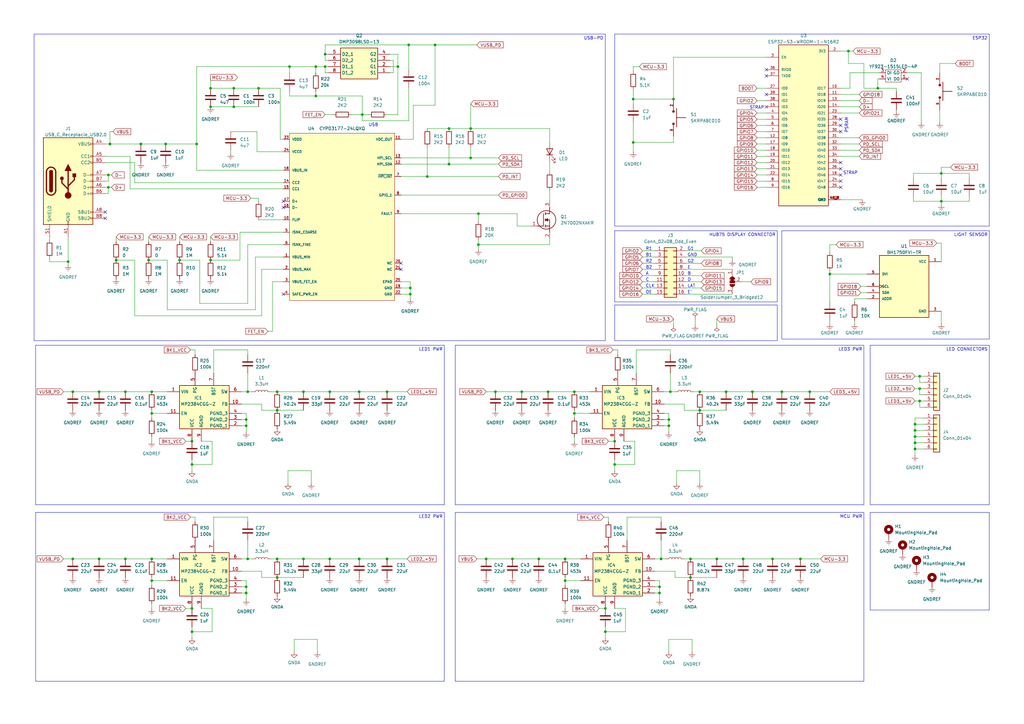
<source format=kicad_sch>
(kicad_sch (version 20230121) (generator eeschema)
  (paper "A3")
  (title_block (title "Station Display") (date "2023-12-02") (rev "G") (company "www.stationdisplay.com") (comment 1 "Stefan Schüller"))
  (junction (at 377.19 164.465))
  (junction (at 118.745 27.305))
  (junction (at 375.285 181.61))
  (junction (at 297.815 160.655))
  (junction (at 62.23 160.655))
  (junction (at 86.36 36.195))
  (junction (at 51.435 229.235))
  (junction (at 340.36 112.395))
  (junction (at 193.04 64.77))
  (junction (at 210.185 229.235))
  (junction (at 100.965 174.625))
  (junction (at 147.32 160.655))
  (junction (at 287.02 160.655))
  (junction (at 276.225 40.64))
  (junction (at 100.965 243.205))
  (junction (at 113.665 168.275))
  (junction (at 40.64 160.655))
  (junction (at 193.04 52.705))
  (junction (at 78.74 259.08))
  (junction (at 274.32 172.085))
  (junction (at 283.21 236.855))
  (junction (at 57.785 59.055))
  (junction (at 44.45 71.755))
  (junction (at 248.285 259.08))
  (junction (at 27.94 107.315))
  (junction (at 224.79 160.655))
  (junction (at 113.665 160.655))
  (junction (at 100.965 240.665))
  (junction (at 375.285 179.07))
  (junction (at 377.19 159.385))
  (junction (at 148.59 46.99))
  (junction (at 86.36 106.68))
  (junction (at 158.75 160.655))
  (junction (at 259.715 58.42))
  (junction (at 203.2 160.655))
  (junction (at 375.285 173.99))
  (junction (at 101.6 160.655))
  (junction (at 287.02 168.275))
  (junction (at 231.775 238.125))
  (junction (at 86.36 43.815))
  (junction (at 178.435 18.415))
  (junction (at 196.215 87.63))
  (junction (at 113.665 236.855))
  (junction (at 44.45 76.835))
  (junction (at 135.255 229.235))
  (junction (at 168.275 118.11))
  (junction (at 377.19 154.305))
  (junction (at 163.195 27.305))
  (junction (at 133.35 27.305))
  (junction (at 270.51 243.205))
  (junction (at 252.095 190.5))
  (junction (at 304.8 229.235))
  (junction (at 316.865 229.235))
  (junction (at 274.955 160.655))
  (junction (at 375.285 184.15))
  (junction (at 129.54 27.305))
  (junction (at 332.105 160.655))
  (junction (at 62.23 229.235))
  (junction (at 147.32 229.235))
  (junction (at 274.32 174.625))
  (junction (at 124.46 229.235))
  (junction (at 168.275 120.65))
  (junction (at 78.74 190.5))
  (junction (at 45.085 59.055))
  (junction (at 320.675 160.655))
  (junction (at 129.54 39.37))
  (junction (at 375.285 176.53))
  (junction (at 235.585 169.545))
  (junction (at 308.61 160.655))
  (junction (at 199.39 229.235))
  (junction (at 101.6 229.235))
  (junction (at 252.095 180.975))
  (junction (at 175.26 72.39))
  (junction (at 60.96 106.68))
  (junction (at 78.74 249.555))
  (junction (at 271.145 229.235))
  (junction (at 106.045 36.195))
  (junction (at 184.15 52.705))
  (junction (at 213.995 160.655))
  (junction (at 124.46 160.655))
  (junction (at 78.74 180.975))
  (junction (at 220.98 229.235))
  (junction (at 40.64 229.235))
  (junction (at 100.965 172.085))
  (junction (at 80.645 59.055))
  (junction (at 235.585 160.655))
  (junction (at 167.64 18.415))
  (junction (at 67.945 59.055))
  (junction (at 386.08 71.12))
  (junction (at 95.885 43.815))
  (junction (at 360.045 36.195))
  (junction (at 29.845 160.655))
  (junction (at 95.885 36.195))
  (junction (at 231.775 229.235))
  (junction (at 47.625 106.68))
  (junction (at 328.295 229.235))
  (junction (at 270.51 240.665))
  (junction (at 283.21 229.235))
  (junction (at 51.435 160.655))
  (junction (at 133.35 22.225))
  (junction (at 158.75 229.235))
  (junction (at 113.665 229.235))
  (junction (at 62.23 169.545))
  (junction (at 29.845 229.235))
  (junction (at 386.08 82.55))
  (junction (at 248.285 249.555))
  (junction (at 184.15 67.31))
  (junction (at 135.255 160.655))
  (junction (at 62.23 238.125))
  (junction (at 196.215 100.33))
  (junction (at 73.66 106.68))
  (junction (at 294.005 229.235))
  (junction (at 259.715 40.64))
  (junction (at 347.98 20.955))
  (no_connect (at 314.325 38.735))
  (no_connect (at 344.805 69.215))
  (no_connect (at 43.18 86.995))
  (no_connect (at 164.465 110.49))
  (no_connect (at 116.205 85.09))
  (no_connect (at 344.805 76.835))
  (no_connect (at 344.805 51.435))
  (no_connect (at 164.465 107.95))
  (no_connect (at 344.805 48.895))
  (no_connect (at 116.205 120.65))
  (no_connect (at 314.325 43.815))
  (no_connect (at 314.325 31.115))
  (no_connect (at 372.11 32.385))
  (no_connect (at 344.805 71.755))
  (no_connect (at 344.805 66.675))
  (no_connect (at 344.805 53.975))
  (no_connect (at 344.805 74.295))
  (no_connect (at 314.325 28.575))
  (no_connect (at 43.18 89.535))
  (no_connect (at 116.205 82.55))
  (wire (pts (xy 158.75 229.235) (xy 167.005 229.235)))
  (wire (pts (xy 344.805 59.055) (xy 352.425 59.055)))
  (wire (pts (xy 43.18 76.835) (xy 44.45 76.835)))
  (wire (pts (xy 78.74 257.175) (xy 78.74 259.08)))
  (wire (pts (xy 45.085 59.055) (xy 43.18 59.055)))
  (wire (pts (xy 109.855 135.89) (xy 111.76 135.89)))
  (wire (pts (xy 78.74 188.595) (xy 78.74 190.5)))
  (wire (pts (xy 256.54 249.555) (xy 256.54 259.08)))
  (wire (pts (xy 86.36 97.155) (xy 86.36 99.06)))
  (wire (pts (xy 104.775 105.41) (xy 104.775 127)))
  (wire (pts (xy 114.935 57.15) (xy 116.205 57.15)))
  (wire (pts (xy 184.15 60.325) (xy 184.15 67.31)))
  (wire (pts (xy 287.02 193.04) (xy 287.02 198.12)))
  (wire (pts (xy 95.885 36.195) (xy 106.045 36.195)))
  (wire (pts (xy 268.605 243.205) (xy 270.51 243.205)))
  (wire (pts (xy 196.215 100.33) (xy 196.215 98.425)))
  (wire (pts (xy 101.6 212.09) (xy 101.6 213.995)))
  (wire (pts (xy 118.11 198.12) (xy 118.11 193.04)))
  (wire (pts (xy 377.825 29.845) (xy 372.11 29.845)))
  (wire (pts (xy 29.845 160.655) (xy 40.64 160.655)))
  (wire (pts (xy 263.525 105.41) (xy 268.605 105.41)))
  (wire (pts (xy 344.805 81.915) (xy 353.695 81.915)))
  (wire (pts (xy 377.825 29.845) (xy 377.825 50.165)))
  (wire (pts (xy 360.68 32.385) (xy 360.045 32.385)))
  (wire (pts (xy 113.665 168.275) (xy 124.46 168.275)))
  (wire (pts (xy 62.23 169.545) (xy 62.23 168.275)))
  (wire (pts (xy 245.745 249.555) (xy 248.285 249.555)))
  (wire (pts (xy 268.605 234.315) (xy 276.86 234.315)))
  (wire (pts (xy 260.35 190.5) (xy 252.095 190.5)))
  (wire (pts (xy 348.615 29.845) (xy 348.615 36.195)))
  (wire (pts (xy 276.225 130.81) (xy 276.225 133.35)))
  (wire (pts (xy 98.425 106.68) (xy 86.36 106.68)))
  (wire (pts (xy 231.775 238.125) (xy 231.775 240.03)))
  (wire (pts (xy 164.465 87.63) (xy 196.215 87.63)))
  (wire (pts (xy 350.52 122.555) (xy 355.6 122.555)))
  (wire (pts (xy 353.06 117.475) (xy 355.6 117.475)))
  (wire (pts (xy 130.175 262.255) (xy 130.175 267.335)))
  (wire (pts (xy 340.36 131.445) (xy 340.36 132.715)))
  (wire (pts (xy 199.39 229.235) (xy 210.185 229.235)))
  (wire (pts (xy 86.36 43.815) (xy 95.885 43.815)))
  (wire (pts (xy 344.805 41.275) (xy 352.425 41.275)))
  (wire (pts (xy 270.51 243.205) (xy 270.51 245.745)))
  (wire (pts (xy 386.08 73.025) (xy 386.08 71.12)))
  (wire (pts (xy 101.6 124.46) (xy 81.915 124.46)))
  (wire (pts (xy 114.935 57.15) (xy 114.935 36.195)))
  (wire (pts (xy 167.64 49.53) (xy 167.64 36.195)))
  (wire (pts (xy 20.32 107.315) (xy 27.94 107.315)))
  (wire (pts (xy 274.32 262.255) (xy 283.845 262.255)))
  (wire (pts (xy 81.915 106.68) (xy 73.66 106.68)))
  (wire (pts (xy 272.415 165.735) (xy 280.67 165.735)))
  (wire (pts (xy 386.08 127.635) (xy 386.08 132.715)))
  (wire (pts (xy 76.2 249.555) (xy 78.74 249.555)))
  (wire (pts (xy 164.465 80.01) (xy 204.47 80.01)))
  (wire (pts (xy 101.6 153.035) (xy 101.6 160.655)))
  (wire (pts (xy 26.035 160.655) (xy 29.845 160.655)))
  (wire (pts (xy 147.32 229.235) (xy 158.75 229.235)))
  (wire (pts (xy 55.245 106.68) (xy 47.625 106.68)))
  (wire (pts (xy 386.08 99.695) (xy 386.08 107.315)))
  (wire (pts (xy 225.425 52.705) (xy 225.425 58.42)))
  (wire (pts (xy 263.525 110.49) (xy 268.605 110.49)))
  (wire (pts (xy 161.29 29.845) (xy 161.29 24.765)))
  (wire (pts (xy 80.645 27.305) (xy 118.745 27.305)))
  (wire (pts (xy 377.19 167.005) (xy 377.19 164.465)))
  (wire (pts (xy 272.415 172.085) (xy 274.32 172.085)))
  (wire (pts (xy 148.59 46.99) (xy 148.59 49.53)))
  (wire (pts (xy 118.11 193.04) (xy 127.635 193.04)))
  (wire (pts (xy 374.65 73.025) (xy 374.65 71.12)))
  (wire (pts (xy 256.54 259.08) (xy 248.285 259.08)))
  (wire (pts (xy 147.32 160.655) (xy 158.75 160.655)))
  (wire (pts (xy 196.215 87.63) (xy 212.09 87.63)))
  (wire (pts (xy 167.64 18.415) (xy 133.35 18.415)))
  (wire (pts (xy 342.9 100.33) (xy 340.36 100.33)))
  (wire (pts (xy 263.525 107.95) (xy 268.605 107.95)))
  (wire (pts (xy 106.045 90.17) (xy 116.205 90.17)))
  (wire (pts (xy 160.02 22.225) (xy 163.195 22.225)))
  (wire (pts (xy 347.98 26.035) (xy 347.98 20.955)))
  (wire (pts (xy 280.67 168.275) (xy 287.02 168.275)))
  (wire (pts (xy 81.915 124.46) (xy 81.915 106.68)))
  (wire (pts (xy 184.15 52.705) (xy 193.04 52.705)))
  (wire (pts (xy 375.285 164.465) (xy 377.19 164.465)))
  (wire (pts (xy 225.425 100.33) (xy 196.215 100.33)))
  (wire (pts (xy 310.515 71.755) (xy 314.325 71.755)))
  (wire (pts (xy 68.58 106.68) (xy 60.96 106.68)))
  (wire (pts (xy 375.285 179.07) (xy 375.285 176.53)))
  (wire (pts (xy 375.285 173.99) (xy 375.285 171.45)))
  (wire (pts (xy 120.65 267.335) (xy 120.65 262.255)))
  (wire (pts (xy 260.985 153.035) (xy 260.985 143.51)))
  (wire (pts (xy 235.585 179.07) (xy 235.585 180.975)))
  (wire (pts (xy 263.525 102.87) (xy 268.605 102.87)))
  (wire (pts (xy 44.45 71.755) (xy 45.72 71.755)))
  (wire (pts (xy 268.605 238.125) (xy 270.51 238.125)))
  (wire (pts (xy 104.775 127) (xy 68.58 127)))
  (wire (pts (xy 118.745 39.37) (xy 129.54 39.37)))
  (wire (pts (xy 87.63 221.615) (xy 87.63 212.09)))
  (wire (pts (xy 375.285 186.69) (xy 375.285 184.15)))
  (wire (pts (xy 274.32 267.335) (xy 274.32 262.255)))
  (wire (pts (xy 99.06 160.655) (xy 101.6 160.655)))
  (wire (pts (xy 375.285 171.45) (xy 379.095 171.45)))
  (wire (pts (xy 375.285 159.385) (xy 377.19 159.385)))
  (wire (pts (xy 184.15 67.31) (xy 204.47 67.31)))
  (wire (pts (xy 55.245 129.54) (xy 55.245 106.68)))
  (wire (pts (xy 133.35 22.225) (xy 134.62 22.225)))
  (wire (pts (xy 270.51 238.125) (xy 270.51 240.665)))
  (wire (pts (xy 100.965 169.545) (xy 100.965 172.085)))
  (wire (pts (xy 386.08 68.58) (xy 386.08 71.12)))
  (wire (pts (xy 360.045 32.385) (xy 360.045 36.195)))
  (wire (pts (xy 134.62 27.305) (xy 133.35 27.305)))
  (wire (pts (xy 377.19 164.465) (xy 379.095 164.465)))
  (wire (pts (xy 40.64 229.235) (xy 51.435 229.235)))
  (wire (pts (xy 259.715 40.64) (xy 276.225 40.64)))
  (wire (pts (xy 134.62 29.845) (xy 133.35 29.845)))
  (wire (pts (xy 169.545 57.15) (xy 169.545 43.18)))
  (wire (pts (xy 158.75 160.655) (xy 167.005 160.655)))
  (wire (pts (xy 235.585 169.545) (xy 235.585 168.275)))
  (wire (pts (xy 276.86 234.315) (xy 276.86 236.855)))
  (wire (pts (xy 164.465 120.65) (xy 168.275 120.65)))
  (wire (pts (xy 287.02 168.275) (xy 297.815 168.275)))
  (wire (pts (xy 168.275 115.57) (xy 168.275 118.11)))
  (wire (pts (xy 235.585 169.545) (xy 241.935 169.545)))
  (wire (pts (xy 203.2 160.655) (xy 213.995 160.655)))
  (wire (pts (xy 80.645 27.305) (xy 80.645 59.055)))
  (wire (pts (xy 100.965 172.085) (xy 100.965 174.625)))
  (wire (pts (xy 263.525 115.57) (xy 268.605 115.57)))
  (wire (pts (xy 332.105 160.655) (xy 340.36 160.655)))
  (wire (pts (xy 263.525 118.11) (xy 268.605 118.11)))
  (wire (pts (xy 280.67 165.735) (xy 280.67 168.275)))
  (wire (pts (xy 310.515 64.135) (xy 314.325 64.135)))
  (wire (pts (xy 116.205 100.33) (xy 101.6 100.33)))
  (wire (pts (xy 274.955 153.035) (xy 274.955 160.655)))
  (wire (pts (xy 113.665 160.655) (xy 124.46 160.655)))
  (wire (pts (xy 107.315 129.54) (xy 55.245 129.54)))
  (wire (pts (xy 116.205 115.57) (xy 111.76 115.57)))
  (wire (pts (xy 212.09 92.71) (xy 217.805 92.71)))
  (wire (pts (xy 379.095 156.845) (xy 377.19 156.845)))
  (wire (pts (xy 98.425 95.25) (xy 116.205 95.25)))
  (wire (pts (xy 225.425 52.705) (xy 193.04 52.705)))
  (wire (pts (xy 374.65 71.12) (xy 386.08 71.12)))
  (wire (pts (xy 374.65 80.645) (xy 374.65 82.55)))
  (wire (pts (xy 274.955 160.655) (xy 276.86 160.655)))
  (wire (pts (xy 259.715 58.42) (xy 276.225 58.42)))
  (wire (pts (xy 304.165 115.57) (xy 307.975 115.57)))
  (wire (pts (xy 40.64 160.655) (xy 51.435 160.655)))
  (wire (pts (xy 160.02 27.305) (xy 163.195 27.305)))
  (wire (pts (xy 101.6 221.615) (xy 101.6 229.235)))
  (wire (pts (xy 377.19 156.845) (xy 377.19 154.305)))
  (wire (pts (xy 231.775 229.235) (xy 238.125 229.235)))
  (wire (pts (xy 80.01 143.51) (xy 78.105 143.51)))
  (wire (pts (xy 277.495 198.12) (xy 277.495 193.04)))
  (wire (pts (xy 100.965 174.625) (xy 100.965 177.165)))
  (wire (pts (xy 283.21 236.855) (xy 294.005 236.855)))
  (wire (pts (xy 283.845 262.255) (xy 283.845 267.335)))
  (wire (pts (xy 169.545 43.18) (xy 178.435 43.18)))
  (wire (pts (xy 107.315 168.275) (xy 113.665 168.275)))
  (wire (pts (xy 377.19 159.385) (xy 379.095 159.385)))
  (wire (pts (xy 281.305 110.49) (xy 300.355 110.49)))
  (wire (pts (xy 281.305 115.57) (xy 287.655 115.57)))
  (wire (pts (xy 375.285 181.61) (xy 379.095 181.61)))
  (wire (pts (xy 259.715 58.42) (xy 259.715 62.23)))
  (wire (pts (xy 62.23 238.125) (xy 62.23 236.855)))
  (wire (pts (xy 98.425 95.25) (xy 98.425 106.68)))
  (wire (pts (xy 43.18 71.755) (xy 44.45 71.755)))
  (wire (pts (xy 354.33 26.035) (xy 354.33 36.195)))
  (wire (pts (xy 105.41 62.23) (xy 116.205 62.23)))
  (wire (pts (xy 62.23 169.545) (xy 62.23 171.45)))
  (wire (pts (xy 26.035 229.235) (xy 29.845 229.235)))
  (wire (pts (xy 135.255 160.655) (xy 147.32 160.655)))
  (wire (pts (xy 281.305 107.95) (xy 287.655 107.95)))
  (wire (pts (xy 274.32 174.625) (xy 274.32 177.165)))
  (wire (pts (xy 193.04 52.705) (xy 193.04 42.545)))
  (wire (pts (xy 148.59 49.53) (xy 167.64 49.53)))
  (wire (pts (xy 225.425 78.105) (xy 225.425 82.55)))
  (wire (pts (xy 55.245 66.675) (xy 43.18 66.675)))
  (wire (pts (xy 118.745 27.305) (xy 118.745 29.845)))
  (wire (pts (xy 80.01 213.995) (xy 80.01 212.09)))
  (wire (pts (xy 127.635 193.04) (xy 127.635 198.12)))
  (wire (pts (xy 344.805 38.735) (xy 352.425 38.735)))
  (wire (pts (xy 55.245 74.93) (xy 55.245 66.675)))
  (wire (pts (xy 107.315 110.49) (xy 107.315 129.54)))
  (wire (pts (xy 124.46 160.655) (xy 135.255 160.655)))
  (wire (pts (xy 105.41 62.23) (xy 105.41 53.975)))
  (wire (pts (xy 99.06 240.665) (xy 100.965 240.665)))
  (wire (pts (xy 347.98 20.955) (xy 349.885 20.955)))
  (wire (pts (xy 385.445 26.035) (xy 391.795 26.035)))
  (wire (pts (xy 274.32 172.085) (xy 274.32 174.625)))
  (wire (pts (xy 284.48 160.655) (xy 287.02 160.655)))
  (wire (pts (xy 111.125 160.655) (xy 113.665 160.655)))
  (wire (pts (xy 277.495 193.04) (xy 287.02 193.04)))
  (wire (pts (xy 67.945 59.055) (xy 57.785 59.055)))
  (wire (pts (xy 235.585 160.655) (xy 241.935 160.655)))
  (wire (pts (xy 99.06 169.545) (xy 100.965 169.545)))
  (wire (pts (xy 129.54 27.305) (xy 129.54 29.845)))
  (wire (pts (xy 164.465 115.57) (xy 168.275 115.57)))
  (wire (pts (xy 360.68 29.845) (xy 348.615 29.845)))
  (wire (pts (xy 94.615 62.865) (xy 94.615 61.595)))
  (wire (pts (xy 107.315 165.735) (xy 107.315 168.275)))
  (wire (pts (xy 80.01 145.415) (xy 80.01 143.51)))
  (wire (pts (xy 375.285 176.53) (xy 379.095 176.53)))
  (wire (pts (xy 310.515 51.435) (xy 314.325 51.435)))
  (wire (pts (xy 304.8 229.235) (xy 316.865 229.235)))
  (wire (pts (xy 193.04 64.77) (xy 204.47 64.77)))
  (wire (pts (xy 249.555 212.09) (xy 247.65 212.09)))
  (wire (pts (xy 224.79 160.655) (xy 235.585 160.655)))
  (wire (pts (xy 99.06 174.625) (xy 100.965 174.625)))
  (wire (pts (xy 114.935 36.195) (xy 106.045 36.195)))
  (wire (pts (xy 344.805 61.595) (xy 352.425 61.595)))
  (wire (pts (xy 62.23 179.07) (xy 62.23 180.975)))
  (wire (pts (xy 116.205 110.49) (xy 107.315 110.49)))
  (wire (pts (xy 271.145 221.615) (xy 271.145 229.235)))
  (wire (pts (xy 283.21 229.235) (xy 294.005 229.235)))
  (wire (pts (xy 212.09 87.63) (xy 212.09 92.71)))
  (wire (pts (xy 354.33 26.035) (xy 347.98 26.035)))
  (wire (pts (xy 101.6 229.235) (xy 103.505 229.235)))
  (wire (pts (xy 310.515 66.675) (xy 314.325 66.675)))
  (wire (pts (xy 78.74 259.08) (xy 78.74 261.62)))
  (wire (pts (xy 167.64 18.415) (xy 167.64 28.575)))
  (wire (pts (xy 385.445 26.035) (xy 385.445 29.845)))
  (wire (pts (xy 87.63 212.09) (xy 101.6 212.09)))
  (wire (pts (xy 80.01 212.09) (xy 78.105 212.09)))
  (wire (pts (xy 76.2 180.975) (xy 78.74 180.975)))
  (wire (pts (xy 99.06 238.125) (xy 100.965 238.125)))
  (wire (pts (xy 235.585 169.545) (xy 235.585 171.45)))
  (wire (pts (xy 308.61 160.655) (xy 320.675 160.655)))
  (wire (pts (xy 87.63 143.51) (xy 101.6 143.51)))
  (wire (pts (xy 199.39 160.655) (xy 203.2 160.655)))
  (wire (pts (xy 350.52 123.825) (xy 350.52 122.555)))
  (wire (pts (xy 124.46 229.235) (xy 135.255 229.235)))
  (wire (pts (xy 29.845 229.235) (xy 40.64 229.235)))
  (wire (pts (xy 281.305 118.11) (xy 287.655 118.11)))
  (wire (pts (xy 113.665 236.855) (xy 124.46 236.855)))
  (wire (pts (xy 268.605 229.235) (xy 271.145 229.235)))
  (wire (pts (xy 310.515 46.355) (xy 314.325 46.355)))
  (wire (pts (xy 360.045 36.195) (xy 367.665 36.195)))
  (wire (pts (xy 168.275 120.65) (xy 168.275 122.555)))
  (wire (pts (xy 62.23 160.655) (xy 68.58 160.655)))
  (wire (pts (xy 80.645 69.85) (xy 116.205 69.85)))
  (wire (pts (xy 160.02 29.845) (xy 161.29 29.845)))
  (wire (pts (xy 248.285 257.175) (xy 248.285 259.08)))
  (wire (pts (xy 397.51 73.025) (xy 397.51 71.12)))
  (wire (pts (xy 106.045 81.28) (xy 106.045 82.55)))
  (wire (pts (xy 225.425 66.04) (xy 225.425 70.485)))
  (wire (pts (xy 225.425 97.79) (xy 225.425 100.33)))
  (wire (pts (xy 43.18 74.295) (xy 44.45 74.295)))
  (wire (pts (xy 220.98 229.235) (xy 231.775 229.235)))
  (wire (pts (xy 354.33 36.195) (xy 360.045 36.195)))
  (wire (pts (xy 310.515 61.595) (xy 314.325 61.595)))
  (wire (pts (xy 51.435 229.235) (xy 62.23 229.235)))
  (wire (pts (xy 252.095 188.595) (xy 252.095 190.5)))
  (wire (pts (xy 384.175 99.695) (xy 386.08 99.695)))
  (wire (pts (xy 55.245 74.93) (xy 116.205 74.93)))
  (wire (pts (xy 294.005 229.235) (xy 304.8 229.235)))
  (wire (pts (xy 178.435 43.18) (xy 178.435 18.415)))
  (wire (pts (xy 340.36 111.125) (xy 340.36 112.395)))
  (wire (pts (xy 272.415 169.545) (xy 274.32 169.545)))
  (wire (pts (xy 86.995 249.555) (xy 86.995 259.08)))
  (wire (pts (xy 310.515 53.975) (xy 314.325 53.975)))
  (wire (pts (xy 107.315 236.855) (xy 113.665 236.855)))
  (wire (pts (xy 231.775 238.125) (xy 238.125 238.125)))
  (wire (pts (xy 45.085 53.975) (xy 45.085 59.055)))
  (wire (pts (xy 340.36 123.825) (xy 340.36 112.395)))
  (wire (pts (xy 144.145 46.99) (xy 148.59 46.99)))
  (wire (pts (xy 213.995 160.655) (xy 224.79 160.655)))
  (wire (pts (xy 129.54 27.305) (xy 133.35 27.305)))
  (wire (pts (xy 45.085 53.975) (xy 46.355 53.975)))
  (wire (pts (xy 196.215 102.235) (xy 196.215 100.33)))
  (wire (pts (xy 252.095 249.555) (xy 256.54 249.555)))
  (wire (pts (xy 99.06 165.735) (xy 107.315 165.735)))
  (wire (pts (xy 99.06 172.085) (xy 100.965 172.085)))
  (wire (pts (xy 260.985 143.51) (xy 274.955 143.51)))
  (wire (pts (xy 100.965 240.665) (xy 100.965 243.205)))
  (wire (pts (xy 263.525 120.65) (xy 268.605 120.65)))
  (wire (pts (xy 86.36 36.195) (xy 95.885 36.195)))
  (wire (pts (xy 397.51 80.645) (xy 397.51 82.55)))
  (wire (pts (xy 101.6 100.33) (xy 101.6 124.46)))
  (wire (pts (xy 344.805 20.955) (xy 347.98 20.955)))
  (wire (pts (xy 133.35 24.765) (xy 134.62 24.765)))
  (wire (pts (xy 100.965 238.125) (xy 100.965 240.665)))
  (wire (pts (xy 385.445 45.085) (xy 385.445 50.165)))
  (wire (pts (xy 280.67 229.235) (xy 283.21 229.235)))
  (wire (pts (xy 310.515 69.215) (xy 314.325 69.215)))
  (wire (pts (xy 379.095 161.925) (xy 377.19 161.925)))
  (wire (pts (xy 161.29 24.765) (xy 160.02 24.765)))
  (wire (pts (xy 389.89 68.58) (xy 386.08 68.58)))
  (wire (pts (xy 60.96 97.155) (xy 60.96 99.06)))
  (wire (pts (xy 86.36 31.75) (xy 86.36 36.195)))
  (wire (pts (xy 80.645 59.055) (xy 80.645 69.85)))
  (wire (pts (xy 82.55 249.555) (xy 86.995 249.555)))
  (wire (pts (xy 107.315 234.315) (xy 107.315 236.855)))
  (wire (pts (xy 259.715 50.165) (xy 259.715 58.42)))
  (wire (pts (xy 113.665 229.235) (xy 124.46 229.235)))
  (wire (pts (xy 164.465 57.15) (xy 169.545 57.15)))
  (wire (pts (xy 257.175 221.615) (xy 257.175 212.09)))
  (wire (pts (xy 44.45 79.375) (xy 44.45 76.835)))
  (wire (pts (xy 231.775 247.65) (xy 231.775 249.555)))
  (wire (pts (xy 135.255 229.235) (xy 147.32 229.235)))
  (wire (pts (xy 316.865 229.235) (xy 328.295 229.235)))
  (wire (pts (xy 78.74 190.5) (xy 78.74 193.04)))
  (wire (pts (xy 248.285 259.08) (xy 248.285 261.62)))
  (wire (pts (xy 367.665 37.465) (xy 367.665 36.195)))
  (wire (pts (xy 274.32 169.545) (xy 274.32 172.085)))
  (wire (pts (xy 310.515 56.515) (xy 314.325 56.515)))
  (wire (pts (xy 367.665 45.085) (xy 367.665 45.72)))
  (wire (pts (xy 43.18 64.135) (xy 53.34 64.135)))
  (wire (pts (xy 44.45 74.295) (xy 44.45 71.755)))
  (wire (pts (xy 397.51 71.12) (xy 386.08 71.12)))
  (wire (pts (xy 262.255 27.305) (xy 259.715 27.305)))
  (wire (pts (xy 253.365 143.51) (xy 251.46 143.51)))
  (wire (pts (xy 377.19 154.305) (xy 379.095 154.305)))
  (wire (pts (xy 310.515 59.055) (xy 314.325 59.055)))
  (wire (pts (xy 175.26 60.325) (xy 175.26 72.39)))
  (wire (pts (xy 259.715 40.64) (xy 259.715 42.545)))
  (wire (pts (xy 164.465 72.39) (xy 175.26 72.39)))
  (wire (pts (xy 344.805 46.355) (xy 352.425 46.355)))
  (wire (pts (xy 386.08 83.82) (xy 386.08 82.55)))
  (wire (pts (xy 272.415 160.655) (xy 274.955 160.655)))
  (wire (pts (xy 375.285 176.53) (xy 375.285 173.99)))
  (wire (pts (xy 310.515 36.195) (xy 314.325 36.195)))
  (wire (pts (xy 118.745 27.305) (xy 129.54 27.305)))
  (wire (pts (xy 175.26 52.705) (xy 184.15 52.705)))
  (wire (pts (xy 20.32 97.155) (xy 20.32 98.425)))
  (wire (pts (xy 164.465 67.31) (xy 184.15 67.31)))
  (wire (pts (xy 375.285 154.305) (xy 377.19 154.305)))
  (wire (pts (xy 310.515 41.275) (xy 314.325 41.275)))
  (wire (pts (xy 148.59 39.37) (xy 148.59 46.99)))
  (wire (pts (xy 257.175 212.09) (xy 271.145 212.09)))
  (wire (pts (xy 259.715 36.83) (xy 259.715 40.64)))
  (wire (pts (xy 111.125 229.235) (xy 113.665 229.235)))
  (wire (pts (xy 285.115 133.35) (xy 285.115 130.81)))
  (wire (pts (xy 82.55 180.975) (xy 86.995 180.975)))
  (wire (pts (xy 281.305 102.87) (xy 287.655 102.87)))
  (wire (pts (xy 193.04 60.325) (xy 193.04 64.77)))
  (wire (pts (xy 300.355 106.68) (xy 300.355 105.41)))
  (wire (pts (xy 111.76 115.57) (xy 111.76 135.89)))
  (wire (pts (xy 348.615 36.195) (xy 344.805 36.195)))
  (wire (pts (xy 129.54 37.465) (xy 129.54 39.37)))
  (wire (pts (xy 151.13 46.99) (xy 148.59 46.99)))
  (wire (pts (xy 53.34 77.47) (xy 116.205 77.47)))
  (wire (pts (xy 133.35 24.765) (xy 133.35 22.225)))
  (wire (pts (xy 20.32 106.045) (xy 20.32 107.315)))
  (wire (pts (xy 294.005 130.81) (xy 294.005 133.35)))
  (wire (pts (xy 99.06 234.315) (xy 107.315 234.315)))
  (wire (pts (xy 62.23 169.545) (xy 68.58 169.545)))
  (wire (pts (xy 62.23 238.125) (xy 62.23 240.03)))
  (wire (pts (xy 100.965 243.205) (xy 100.965 245.745)))
  (wire (pts (xy 344.805 43.815) (xy 352.425 43.815)))
  (wire (pts (xy 386.08 82.55) (xy 386.08 80.645)))
  (wire (pts (xy 272.415 174.625) (xy 274.32 174.625)))
  (wire (pts (xy 259.715 27.305) (xy 259.715 29.21)))
  (wire (pts (xy 105.41 53.975) (xy 94.615 53.975)))
  (wire (pts (xy 353.06 120.015) (xy 355.6 120.015)))
  (wire (pts (xy 47.625 97.155) (xy 47.625 99.06)))
  (wire (pts (xy 95.885 43.815) (xy 106.045 43.815)))
  (wire (pts (xy 195.58 229.235) (xy 199.39 229.235)))
  (wire (pts (xy 178.435 18.415) (xy 195.58 18.415)))
  (wire (pts (xy 210.185 229.235) (xy 220.98 229.235)))
  (wire (pts (xy 118.745 37.465) (xy 118.745 39.37)))
  (wire (pts (xy 281.305 113.03) (xy 287.655 113.03)))
  (wire (pts (xy 375.285 184.15) (xy 375.285 181.61)))
  (wire (pts (xy 163.195 46.99) (xy 158.75 46.99)))
  (wire (pts (xy 129.54 39.37) (xy 148.59 39.37)))
  (wire (pts (xy 375.285 173.99) (xy 379.095 173.99)))
  (wire (pts (xy 340.36 112.395) (xy 355.6 112.395)))
  (wire (pts (xy 252.095 190.5) (xy 252.095 193.04)))
  (wire (pts (xy 328.295 229.235) (xy 336.55 229.235)))
  (wire (pts (xy 271.145 212.09) (xy 271.145 213.995)))
  (wire (pts (xy 375.285 184.15) (xy 379.095 184.15)))
  (wire (pts (xy 340.36 100.33) (xy 340.36 103.505)))
  (wire (pts (xy 281.305 120.65) (xy 300.355 120.65)))
  (wire (pts (xy 375.285 179.07) (xy 379.095 179.07)))
  (wire (pts (xy 270.51 240.665) (xy 270.51 243.205)))
  (wire (pts (xy 67.945 59.055) (xy 80.645 59.055)))
  (wire (pts (xy 260.35 180.975) (xy 260.35 190.5)))
  (wire (pts (xy 379.095 167.005) (xy 377.19 167.005)))
  (wire (pts (xy 120.65 262.255) (xy 130.175 262.255)))
  (wire (pts (xy 253.365 145.415) (xy 253.365 143.51)))
  (wire (pts (xy 99.06 229.235) (xy 101.6 229.235)))
  (wire (pts (xy 231.775 238.125) (xy 231.775 236.855)))
  (wire (pts (xy 196.215 90.805) (xy 196.215 87.63)))
  (wire (pts (xy 53.34 64.135) (xy 53.34 77.47)))
  (wire (pts (xy 249.555 213.995) (xy 249.555 212.09)))
  (wire (pts (xy 255.905 180.975) (xy 260.35 180.975)))
  (wire (pts (xy 27.94 107.315) (xy 27.94 108.585)))
  (wire (pts (xy 268.605 240.665) (xy 270.51 240.665)))
  (wire (pts (xy 344.805 56.515) (xy 352.425 56.515)))
  (wire (pts (xy 249.555 180.975) (xy 252.095 180.975)))
  (wire (pts (xy 320.675 160.655) (xy 332.105 160.655)))
  (wire (pts (xy 377.19 161.925) (xy 377.19 159.385)))
  (wire (pts (xy 133.35 18.415) (xy 133.35 22.225)))
  (wire (pts (xy 374.65 82.55) (xy 386.08 82.55)))
  (wire (pts (xy 68.58 127) (xy 68.58 106.68)))
  (wire (pts (xy 102.87 81.28) (xy 106.045 81.28)))
  (wire (pts (xy 314.325 23.495) (xy 276.225 23.495)))
  (wire (pts (xy 287.02 160.655) (xy 297.815 160.655)))
  (wire (pts (xy 133.35 29.845) (xy 133.35 27.305)))
  (wire (pts (xy 175.26 72.39) (xy 204.47 72.39)))
  (wire (pts (xy 45.085 59.055) (xy 57.785 59.055)))
  (wire (pts (xy 375.285 181.61) (xy 375.285 179.07)))
  (wire (pts (xy 178.435 18.415) (xy 167.64 18.415)))
  (wire (pts (xy 62.23 229.235) (xy 68.58 229.235)))
  (wire (pts (xy 163.195 22.225) (xy 163.195 27.305)))
  (wire (pts (xy 386.08 82.55) (xy 397.51 82.55)))
  (wire (pts (xy 86.995 259.08) (xy 78.74 259.08)))
  (wire (pts (xy 86.995 180.975) (xy 86.995 190.5)))
  (wire (pts (xy 276.225 58.42) (xy 276.225 55.88)))
  (wire (pts (xy 164.465 118.11) (xy 168.275 118.11)))
  (wire (pts (xy 310.515 74.295) (xy 314.325 74.295)))
  (wire (pts (xy 310.515 76.835) (xy 314.325 76.835)))
  (wire (pts (xy 281.305 105.41) (xy 300.355 105.41)))
  (wire (pts (xy 133.35 46.99) (xy 136.525 46.99)))
  (wire (pts (xy 168.275 118.11) (xy 168.275 120.65)))
  (wire (pts (xy 271.145 229.235) (xy 273.05 229.235)))
  (wire (pts (xy 51.435 160.655) (xy 62.23 160.655)))
  (wire (pts (xy 99.06 243.205) (xy 100.965 243.205)))
  (wire (pts (xy 163.195 27.305) (xy 163.195 46.99)))
  (wire (pts (xy 350.52 131.445) (xy 350.52 132.715)))
  (wire (pts (xy 62.23 238.125) (xy 68.58 238.125)))
  (wire (pts (xy 86.995 190.5) (xy 78.74 190.5)))
  (wire (pts (xy 344.805 64.135) (xy 352.425 64.135)))
  (wire (pts (xy 274.955 143.51) (xy 274.955 145.415)))
  (wire (pts (xy 73.66 97.155) (xy 73.66 99.06)))
  (wire (pts (xy 310.515 48.895) (xy 314.325 48.895)))
  (wire (pts (xy 43.18 79.375) (xy 44.45 79.375)))
  (wire (pts (xy 101.6 160.655) (xy 103.505 160.655)))
  (wire (pts (xy 297.815 160.655) (xy 308.61 160.655)))
  (wire (pts (xy 44.45 76.835) (xy 45.72 76.835)))
  (wire (pts (xy 116.205 105.41) (xy 104.775 105.41)))
  (wire (pts (xy 164.465 64.77) (xy 193.04 64.77)))
  (wire (pts (xy 62.23 247.65) (xy 62.23 249.555)))
  (wire (pts (xy 87.63 153.035) (xy 87.63 143.51)))
  (wire (pts (xy 276.86 236.855) (xy 283.21 236.855)))
  (wire (pts (xy 101.6 143.51) (xy 101.6 145.415)))
  (wire (pts (xy 276.225 23.495) (xy 276.225 40.64)))
  (wire (pts (xy 263.525 113.03) (xy 268.605 113.03)))
  (wire (pts (xy 27.94 97.155) (xy 27.94 107.315)))
  (rectangle (start 252.095 13.97) (end 405.765 92.71))
  (rectangle (start 252.095 94.615) (end 318.77 123.825))
  (rectangle (start 14.605 141.605) (end 182.245 207.01))
  (rectangle (start 252.095 125.095) (end 318.77 139.7))
  (rectangle (start 356.87 210.185) (end 405.765 250.19))
  (rectangle (start 356.87 141.605) (end 405.765 207.01))
  (rectangle (start 186.69 210.185) (end 354.33 279.4))
  (rectangle (start 320.675 94.615) (end 405.765 139.065))
  (rectangle (start 13.97 13.97) (end 248.285 139.7))
  (rectangle (start 186.69 141.605) (end 354.33 207.01))
  (rectangle (start 14.605 210.185) (end 182.245 279.4))
  (text "R1" (at 264.795 102.87 0) (effects (font (size 1.27 1.27)) (justify left bottom)))
  (text "B1" (at 264.795 105.41 0) (effects (font (size 1.27 1.27)) (justify left bottom)))
  (text "E" (at 281.94 110.49 0) (effects (font (size 1.27 1.27)) (justify left bottom)))
  (text "CLK" (at 264.795 118.11 0) (effects (font (size 1.27 1.27)) (justify left bottom)))
  (text "USB" (at 151.13 52.07 0) (effects (font (size 1.27 1.27)) (justify left bottom)))
  (text "HUB75 DISPLAY CONNECTOR" (at 290.83 97.155 0) (effects (font (size 1.27 1.27)) (justify left bottom)))
  (text "D" (at 281.94 115.57 0) (effects (font (size 1.27 1.27)) (justify left bottom)))
  (text "OE" (at 264.795 120.65 0) (effects (font (size 1.27 1.27)) (justify left bottom)))
  (text "MCU PWR" (at 353.695 212.725 0) (effects (font (size 1.27 1.27)) (justify right bottom)))
  (text "LED1 PWR" (at 181.61 144.145 0) (effects (font (size 1.27 1.27)) (justify right bottom)))
  (text "G2" (at 281.94 107.95 0) (effects (font (size 1.27 1.27)) (justify left bottom)))
  (text "R2" (at 264.795 107.95 0) (effects (font (size 1.27 1.27)) (justify left bottom)))
  (text "STRAP" (at 351.79 71.755 0) (effects (font (size 1.27 1.27)) (justify right bottom)))
  (text "G1" (at 281.94 102.87 0) (effects (font (size 1.27 1.27)) (justify left bottom)))
  (text "ESP32" (at 398.78 16.51 0) (effects (font (size 1.27 1.27)) (justify left bottom)))
  (text "B2" (at 264.795 110.49 0) (effects (font (size 1.27 1.27)) (justify left bottom)))
  (text "LED CONNECTORS" (at 405.13 144.145 0) (effects (font (size 1.27 1.27)) (justify right bottom)))
  (text "USB-PD" (at 239.395 16.51 0) (effects (font (size 1.27 1.27)) (justify left bottom)))
  (text "PSRAM" (at 347.98 54.61 90) (effects (font (size 1.27 1.27)) (justify left bottom)))
  (text "C" (at 264.795 115.57 0) (effects (font (size 1.27 1.27)) (justify left bottom)))
  (text "LED3 PWR" (at 353.695 144.145 0) (effects (font (size 1.27 1.27)) (justify right bottom)))
  (text "GND" (at 281.94 105.41 0) (effects (font (size 1.27 1.27)) (justify left bottom)))
  (text "E'" (at 281.94 120.65 0) (effects (font (size 1.27 1.27)) (justify left bottom)))
  (text "B" (at 281.94 113.03 0) (effects (font (size 1.27 1.27)) (justify left bottom)))
  (text "LAT" (at 281.94 118.11 0) (effects (font (size 1.27 1.27)) (justify left bottom)))
  (text "LIGHT SENSOR" (at 405.13 97.155 0) (effects (font (size 1.27 1.27)) (justify right bottom)))
  (text "LED2 PWR" (at 181.61 212.725 0) (effects (font (size 1.27 1.27)) (justify right bottom)))
  (text "STRAP" (at 313.436 44.958 0) (effects (font (size 1.27 1.27)) (justify right bottom)))
  (text "A" (at 264.795 113.03 0) (effects (font (size 1.27 1.27)) (justify left bottom)))
  (global_label "GPIO16" (shape input) (at 310.515 76.835 180) (property "Intersheetrefs" "${INTERSHEET_REFS}" (effects hide)))
  (global_label "GPIO12" (shape input) (at 263.525 115.57 180) (property "Intersheetrefs" "${INTERSHEET_REFS}" (effects hide)))
  (global_label "MCU-3.3" (shape input) (at 384.175 99.695 180) (property "Intersheetrefs" "${INTERSHEET_REFS}" (effects hide)))
  (global_label "GPIO18" (shape input) (at 353.06 117.475 180) (property "Intersheetrefs" "${INTERSHEET_REFS}" (effects hide)))
  (global_label "GPIO8" (shape input) (at 310.515 56.515 180) (property "Intersheetrefs" "${INTERSHEET_REFS}" (effects hide)))
  (global_label "PD_SCL" (shape input) (at 204.47 64.77 0) (property "Intersheetrefs" "${INTERSHEET_REFS}" (effects hide)))
  (global_label "MCU-3.3" (shape input) (at 102.87 81.28 180) (property "Intersheetrefs" "${INTERSHEET_REFS}" (effects hide)))
  (global_label "GPIO7" (shape input) (at 310.515 53.975 180) (property "Intersheetrefs" "${INTERSHEET_REFS}" (effects hide)))
  (global_label "PD_GPIO0" (shape input) (at 204.47 80.01 0) (property "Intersheetrefs" "${INTERSHEET_REFS}" (effects hide)))
  (global_label "PD_INT" (shape input) (at 204.47 72.39 0) (property "Intersheetrefs" "${INTERSHEET_REFS}" (effects hide)))
  (global_label "GPIO12" (shape input) (at 310.515 66.675 180) (property "Intersheetrefs" "${INTERSHEET_REFS}" (effects hide)))
  (global_label "GPIO9" (shape input) (at 310.515 59.055 180) (property "Intersheetrefs" "${INTERSHEET_REFS}" (effects hide)))
  (global_label "PD_SDA" (shape input) (at 204.47 67.31 0) (property "Intersheetrefs" "${INTERSHEET_REFS}" (effects hide)))
  (global_label "LED2_+5V" (shape input) (at 167.005 229.235 0) (property "Intersheetrefs" "${INTERSHEET_REFS}" (effects hide)))
  (global_label "GPIO5" (shape input) (at 263.525 105.41 180) (property "Intersheetrefs" "${INTERSHEET_REFS}" (effects hide)))
  (global_label "GPIO9" (shape input) (at 307.975 115.57 0) (property "Intersheetrefs" "${INTERSHEET_REFS}" (effects hide)))
  (global_label "BK4_VCC" (shape input) (at 245.745 249.555 180) (property "Intersheetrefs" "${INTERSHEET_REFS}" (effects hide)))
  (global_label "VUSB_PD" (shape input) (at 199.39 160.655 180) (property "Intersheetrefs" "${INTERSHEET_REFS}" (effects hide)))
  (global_label "PD_SDA" (shape input) (at 352.425 61.595 0) (property "Intersheetrefs" "${INTERSHEET_REFS}" (effects hide)))
  (global_label "BK4_VCC" (shape input) (at 247.65 212.09 180) (property "Intersheetrefs" "${INTERSHEET_REFS}" (effects hide)))
  (global_label "MCU-3.3" (shape input) (at 47.625 97.155 0) (property "Intersheetrefs" "${INTERSHEET_REFS}" (effects hide)))
  (global_label "MCU-3.3" (shape input) (at 336.55 229.235 0) (property "Intersheetrefs" "${INTERSHEET_REFS}" (effects hide)))
  (global_label "GPIO6" (shape input) (at 310.515 51.435 180) (property "Intersheetrefs" "${INTERSHEET_REFS}" (effects hide)))
  (global_label "D-" (shape input) (at 45.72 71.755 0) (property "Intersheetrefs" "${INTERSHEET_REFS}" (effects hide)))
  (global_label "BOOT" (shape input) (at 391.795 26.035 0) (property "Intersheetrefs" "${INTERSHEET_REFS}" (effects hide)))
  (global_label "BK2_VCC" (shape input) (at 78.105 212.09 180) (property "Intersheetrefs" "${INTERSHEET_REFS}" (effects hide)))
  (global_label "GPIO15" (shape input) (at 287.655 118.11 0) (property "Intersheetrefs" "${INTERSHEET_REFS}" (effects hide)))
  (global_label "GPIO18" (shape input) (at 352.425 38.735 0) (property "Intersheetrefs" "${INTERSHEET_REFS}" (effects hide)))
  (global_label "GPIO8" (shape input) (at 287.655 107.95 0) (property "Intersheetrefs" "${INTERSHEET_REFS}" (effects hide)))
  (global_label "GPIO13" (shape input) (at 310.515 69.215 180) (property "Intersheetrefs" "${INTERSHEET_REFS}" (effects hide)))
  (global_label "MCU-3.3" (shape input) (at 389.89 68.58 0) (property "Intersheetrefs" "${INTERSHEET_REFS}" (effects hide)))
  (global_label "GPIO4" (shape input) (at 310.515 46.355 180) (property "Intersheetrefs" "${INTERSHEET_REFS}" (effects hide)))
  (global_label "PD_SCL" (shape input) (at 352.425 59.055 0) (property "Intersheetrefs" "${INTERSHEET_REFS}" (effects hide)))
  (global_label "VBUS" (shape input) (at 46.355 53.975 0) (property "Intersheetrefs" "${INTERSHEET_REFS}" (effects hide)))
  (global_label "GPIO15" (shape input) (at 310.515 74.295 180) (property "Intersheetrefs" "${INTERSHEET_REFS}" (effects hide)))
  (global_label "LED1_+5V" (shape input) (at 167.005 160.655 0) (property "Intersheetrefs" "${INTERSHEET_REFS}" (effects hide)))
  (global_label "GPIO21" (shape input) (at 352.425 46.355 0) (property "Intersheetrefs" "${INTERSHEET_REFS}" (effects hide)))
  (global_label "MCU-3.3" (shape input) (at 193.04 42.545 0) (property "Intersheetrefs" "${INTERSHEET_REFS}" (effects hide)))
  (global_label "D-" (shape input) (at 352.425 41.275 0) (property "Intersheetrefs" "${INTERSHEET_REFS}" (effects hide)))
  (global_label "BK1_VCC" (shape input) (at 76.2 180.975 180) (property "Intersheetrefs" "${INTERSHEET_REFS}" (effects hide)))
  (global_label "BK1_VCC" (shape input) (at 78.105 143.51 180) (property "Intersheetrefs" "${INTERSHEET_REFS}" (effects hide)))
  (global_label "GPIO13" (shape input) (at 287.655 115.57 0) (property "Intersheetrefs" "${INTERSHEET_REFS}" (effects hide)))
  (global_label "GPIO6" (shape input) (at 263.525 107.95 180) (property "Intersheetrefs" "${INTERSHEET_REFS}" (effects hide)))
  (global_label "GPIO2" (shape input) (at 310.515 41.275 180) (property "Intersheetrefs" "${INTERSHEET_REFS}" (effects hide)))
  (global_label "D+" (shape input) (at 45.72 76.835 0) (property "Intersheetrefs" "${INTERSHEET_REFS}" (effects hide)))
  (global_label "GPIO10" (shape input) (at 263.525 113.03 180) (property "Intersheetrefs" "${INTERSHEET_REFS}" (effects hide)))
  (global_label "D+" (shape input) (at 352.425 43.815 0) (property "Intersheetrefs" "${INTERSHEET_REFS}" (effects hide)))
  (global_label "GPIO14" (shape input) (at 263.525 118.11 180) (property "Intersheetrefs" "${INTERSHEET_REFS}" (effects hide)))
  (global_label "MCU-3.3" (shape input) (at 349.885 20.955 0) (property "Intersheetrefs" "${INTERSHEET_REFS}" (effects hide)))
  (global_label "GPIO11" (shape input) (at 310.515 64.135 180) (property "Intersheetrefs" "${INTERSHEET_REFS}" (effects hide)))
  (global_label "GPIO5" (shape input) (at 310.515 48.895 180) (property "Intersheetrefs" "${INTERSHEET_REFS}" (effects hide)))
  (global_label "BK3_VCC" (shape input) (at 251.46 143.51 180) (property "Intersheetrefs" "${INTERSHEET_REFS}" (effects hide)))
  (global_label "MCU-3.3" (shape input) (at 86.36 97.155 0) (property "Intersheetrefs" "${INTERSHEET_REFS}" (effects hide)))
  (global_label "VBUS" (shape input) (at 195.58 229.235 180) (property "Intersheetrefs" "${INTERSHEET_REFS}" (effects hide)))
  (global_label "GPIO11" (shape input) (at 287.655 113.03 0) (property "Intersheetrefs" "${INTERSHEET_REFS}" (effects hide)))
  (global_label "MCU-3.3" (shape input) (at 60.96 97.155 0) (property "Intersheetrefs" "${INTERSHEET_REFS}" (effects hide)))
  (global_label "PD_INT" (shape input) (at 352.425 64.135 0) (property "Intersheetrefs" "${INTERSHEET_REFS}" (effects hide)))
  (global_label "FET_EN" (shape input) (at 133.35 46.99 180) (property "Intersheetrefs" "${INTERSHEET_REFS}" (effects hide)))
  (global_label "GPIO14" (shape input) (at 310.515 71.755 180) (property "Intersheetrefs" "${INTERSHEET_REFS}" (effects hide)))
  (global_label "GPIO16" (shape input) (at 263.525 120.65 180) (property "Intersheetrefs" "${INTERSHEET_REFS}" (effects hide)))
  (global_label "LED3_+5V" (shape input) (at 340.36 160.655 0) (property "Intersheetrefs" "${INTERSHEET_REFS}" (effects hide)))
  (global_label "FET_EN" (shape input) (at 109.855 135.89 180) (property "Intersheetrefs" "${INTERSHEET_REFS}" (effects hide)))
  (global_label "GPIO10" (shape input) (at 310.515 61.595 180) (property "Intersheetrefs" "${INTERSHEET_REFS}" (effects hide)))
  (global_label "LED2_+5V" (shape input) (at 375.285 159.385 180) (property "Intersheetrefs" "${INTERSHEET_REFS}" (effects hide)))
  (global_label "MCU-3.3" (shape input) (at 276.225 130.81 180) (property "Intersheetrefs" "${INTERSHEET_REFS}" (effects hide)))
  (global_label "GPIO21" (shape input) (at 353.06 120.015 180) (property "Intersheetrefs" "${INTERSHEET_REFS}" (effects hide)))
  (global_label "GPIO7" (shape input) (at 263.525 110.49 180) (property "Intersheetrefs" "${INTERSHEET_REFS}" (effects hide)))
  (global_label "GPIO4" (shape input) (at 287.655 102.87 0) (property "Intersheetrefs" "${INTERSHEET_REFS}" (effects hide)))
  (global_label "MCU-3.3" (shape input) (at 262.255 27.305 0) (property "Intersheetrefs" "${INTERSHEET_REFS}" (effects hide)))
  (global_label "GPIO2" (shape input) (at 263.525 102.87 180) (property "Intersheetrefs" "${INTERSHEET_REFS}" (effects hide)))
  (global_label "VUSB_PD" (shape input) (at 195.58 18.415 0) (property "Intersheetrefs" "${INTERSHEET_REFS}" (effects hide)))
  (global_label "BK2_VCC" (shape input) (at 76.2 249.555 180) (property "Intersheetrefs" "${INTERSHEET_REFS}" (effects hide)))
  (global_label "LED3_+5V" (shape input) (at 375.285 164.465 180) (property "Intersheetrefs" "${INTERSHEET_REFS}" (effects hide)))
  (global_label "BK3_VCC" (shape input) (at 249.555 180.975 180) (property "Intersheetrefs" "${INTERSHEET_REFS}" (effects hide)))
  (global_label "VUSB_PD" (shape input) (at 26.035 229.235 180) (property "Intersheetrefs" "${INTERSHEET_REFS}" (effects hide)))
  (global_label "BOOT" (shape input) (at 310.515 36.195 180) (property "Intersheetrefs" "${INTERSHEET_REFS}" (effects hide)))
  (global_label "MCU-3.3" (shape output) (at 86.36 31.75 0) (property "Intersheetrefs" "${INTERSHEET_REFS}" (effects hide)))
  (global_label "PD_GPIO0" (shape input) (at 352.425 56.515 0) (property "Intersheetrefs" "${INTERSHEET_REFS}" (effects hide)))
  (global_label "LED1_+5V" (shape input) (at 375.285 154.305 180) (property "Intersheetrefs" "${INTERSHEET_REFS}" (effects hide)))
  (global_label "VUSB_PD" (shape input) (at 26.035 160.655 180) (property "Intersheetrefs" "${INTERSHEET_REFS}" (effects hide)))
  (global_label "VBUS" (shape input) (at 294.005 130.81 0) (property "Intersheetrefs" "${INTERSHEET_REFS}" (effects hide)))
  (global_label "MCU-3.3" (shape input) (at 342.9 100.33 0) (property "Intersheetrefs" "${INTERSHEET_REFS}" (effects hide)))
  (global_label "MCU-3.3" (shape input) (at 73.66 97.155 0) (property "Intersheetrefs" "${INTERSHEET_REFS}" (effects hide)))
  (symbol (lib_id "power:GNDREF") (at 385.445 50.165 0) (unit 1)
    (property "Reference" "#PWR069" (effects hide))
    (property "Value" "GND" (at 385.445 55.245 0))
  )
  (symbol (lib_id "Device:C") (at 203.2 164.465 0) (unit 1)
    (property "Reference" "C32" (at 206.375 163.195 0) (effects (justify left)))
    (property "Value" "22uF" (at 206.375 165.735 0) (effects (justify left)))
    (property "Footprint" "Capacitor_SMD:C_0805_2012Metric" (effects hide))
  )
  (symbol (lib_id "power:GNDREF") (at 196.215 102.235 0) (unit 1)
    (property "Reference" "#PWR026" (effects hide))
    (property "Value" "GND" (at 196.215 107.315 0))
  )
  (symbol (lib_id "Device:C") (at 106.045 40.005 0) (unit 1)
    (property "Reference" "C3" (at 109.855 39.37 0) (effects (justify left)))
    (property "Value" "100n" (at 109.855 41.91 0) (effects (justify left)))
    (property "Footprint" "Capacitor_SMD:C_0805_2012Metric" (effects hide))
  )
  (symbol (lib_id "power:GNDA") (at 113.665 175.895 0) (unit 1)
    (property "Reference" "#PWR018" (effects hide))
    (property "Value" "GNDA" (at 113.665 180.34 0))
  )
  (symbol (lib_id "power:GNDREF") (at 353.695 81.915 0) (unit 1)
    (property "Reference" "#PWR014" (effects hide))
    (property "Value" "GND" (at 353.695 85.725 0))
  )
  (symbol (lib_id "Device:C") (at 29.845 233.045 0) (unit 1)
    (property "Reference" "C23" (at 33.02 231.775 0) (effects (justify left)))
    (property "Value" "22uF" (at 33.02 234.315 0) (effects (justify left)))
    (property "Footprint" "Capacitor_SMD:C_0805_2012Metric" (effects hide))
  )
  (symbol (lib_id "power:GNDREF") (at 158.75 168.275 0) (unit 1)
    (property "Reference" "#PWR036" (effects hide))
    (property "Value" "GND" (at 158.75 173.355 0))
  )
  (symbol (lib_id "Device:C") (at 101.6 217.805 0) (unit 1)
    (property "Reference" "C27" (at 104.775 216.535 0) (effects (justify left)))
    (property "Value" "220nF" (at 104.775 219.075 0) (effects (justify left)))
    (property "Footprint" "Capacitor_SMD:C_0201_0603Metric" (effects hide))
  )
  (symbol (lib_id "power:GNDA") (at 120.65 267.335 0) (unit 1)
    (property "Reference" "#PWR070" (effects hide))
    (property "Value" "GNDA" (at 120.65 271.78 0))
  )
  (symbol (lib_id "Device:C") (at 135.255 164.465 0) (unit 1)
    (property "Reference" "C20" (at 139.065 163.195 0) (effects (justify left)))
    (property "Value" "22uF" (at 139.065 165.735 0) (effects (justify left)))
    (property "Footprint" "Capacitor_SMD:C_0805_2012Metric" (effects hide))
  )
  (symbol (lib_id "Device:C") (at 78.74 253.365 0) (unit 1)
    (property "Reference" "C26" (at 81.915 252.095 0) (effects (justify left)))
    (property "Value" "1uF" (at 81.915 254.635 0) (effects (justify left)))
    (property "Footprint" "Capacitor_SMD:C_0402_1005Metric" (effects hide))
  )
  (symbol (lib_id "Device:R") (at 60.96 110.49 180) (unit 1)
    (property "Reference" "R8" (at 63.5 109.855 0) (effects (justify right)))
    (property "Value" "1M" (at 63.5 112.395 0) (effects (justify right)))
    (property "Footprint" "Resistor_SMD:R_0402_1005Metric" (effects hide))
  )
  (symbol (lib_id "power:GNDREF") (at 86.36 43.815 0) (unit 1)
    (property "Reference" "#PWR023" (effects hide))
    (property "Value" "GND" (at 86.36 48.895 0))
  )
  (symbol (lib_id "power:PWR_FLAG") (at 276.225 133.35 180) (unit 1)
    (property "Reference" "#FLG01" (effects hide))
    (property "Value" "PWR_FLAG" (at 276.225 137.795 0))
  )
  (symbol (lib_id "power:GNDA") (at 274.32 267.335 0) (unit 1)
    (property "Reference" "#PWR072" (effects hide))
    (property "Value" "GNDA" (at 274.32 271.78 0))
  )
  (symbol (lib_id "Device:C") (at 367.665 41.275 0) (unit 1)
    (property "Reference" "C41" (at 371.475 40.005 0) (effects (justify left)))
    (property "Value" "100nF" (at 371.475 42.545 0) (effects (justify left)))
    (property "Footprint" "Capacitor_SMD:C_0805_2012Metric" (effects hide))
  )
  (symbol (lib_id "Device:R") (at 62.23 233.045 180) (unit 1)
    (property "Reference" "R28" (at 64.135 231.775 0) (effects (justify right)))
    (property "Value" "453k" (at 64.135 234.315 0) (effects (justify right)))
    (property "Footprint" "Resistor_SMD:R_0402_1005Metric" (effects hide))
  )
  (symbol (lib_id "Device:C") (at 167.64 32.385 0) (unit 1)
    (property "Reference" "C12" (at 171.45 31.75 0) (effects (justify left)))
    (property "Value" "100n" (at 171.45 34.29 0) (effects (justify left)))
    (property "Footprint" "Capacitor_SMD:C_0805_2012Metric" (effects hide))
  )
  (symbol (lib_id "power:GNDREF") (at 220.98 236.855 0) (unit 1)
    (property "Reference" "#PWR057" (effects hide))
    (property "Value" "GND" (at 220.98 241.935 0))
  )
  (symbol (lib_id "power:GNDREF") (at 328.295 236.855 0) (unit 1)
    (property "Reference" "#PWR063" (effects hide))
    (property "Value" "GND" (at 328.295 241.935 0))
  )
  (symbol (lib_id "Device:R") (at 235.585 175.26 180) (unit 1)
    (property "Reference" "R34" (at 237.49 173.99 0) (effects (justify right)))
    (property "Value" "100k" (at 237.49 176.53 0) (effects (justify right)))
    (property "Footprint" "Resistor_SMD:R_0402_1005Metric" (effects hide))
  )
  (symbol (lib_id "Device:R") (at 47.625 110.49 180) (unit 1)
    (property "Reference" "R3" (at 50.165 109.855 0) (effects (justify right)))
    (property "Value" "1M" (at 50.165 112.395 0) (effects (justify right)))
    (property "Footprint" "Resistor_SMD:R_0402_1005Metric" (effects hide))
  )
  (symbol (lib_id "power:GNDREF") (at 367.665 45.72 0) (unit 1)
    (property "Reference" "#PWR053" (effects hide))
    (property "Value" "GND" (at 367.665 49.53 0))
  )
  (symbol (lib_id "Connector_Generic:Conn_01x06") (at 384.175 159.385 0) (unit 1)
    (property "Reference" "J2" (at 386.715 160.02 0) (effects (justify left)))
    (property "Value" "Conn_01x04" (at 386.715 162.56 0) (effects (justify left)))
    (property "Footprint" "Connector_JST:JST_VH_B6P-VH-B_1x06_P3.96mm_Vertical" (effects hide))
    (property "LCSC" "C160314" (effects hide))
  )
  (symbol (lib_id "power:GNDREF") (at 135.255 236.855 0) (unit 1)
    (property "Reference" "#PWR041" (effects hide))
    (property "Value" "GND" (at 135.255 241.935 0))
  )
  (symbol (lib_id "power:PWR_FLAG") (at 285.115 130.81 0) (unit 1)
    (property "Reference" "#FLG02" (effects hide))
    (property "Value" "PWR_FLAG" (at 285.115 127 0))
  )
  (symbol (lib_id "power:GNDREF") (at 285.115 133.35 0) (unit 1)
    (property "Reference" "#PWR013" (effects hide))
    (property "Value" "GND" (at 285.115 137.795 0))
  )
  (symbol (lib_id "Device:R") (at 73.66 110.49 180) (unit 1)
    (property "Reference" "R10" (at 76.2 109.855 0) (effects (justify right)))
    (property "Value" "0" (at 76.2 112.395 0) (effects (justify right)))
    (property "Footprint" "Resistor_SMD:R_0402_1005Metric" (effects hide))
  )
  (symbol (lib_id "power:GNDREF") (at 350.52 132.715 0) (unit 1)
    (property "Reference" "#PWR010" (effects hide))
    (property "Value" "GND" (at 350.52 136.525 0))
  )
  (symbol (lib_id "Device:L") (at 276.86 229.235 90) (unit 1)
    (property "Reference" "L4" (at 276.86 223.52 90))
    (property "Value" "3.3uH" (at 276.86 226.06 90))
    (property "Footprint" "Inductor_SMD:L_Sunlord_MWSA0605S" (effects hide))
  )
  (symbol (lib_id "Device:C") (at 147.32 233.045 0) (unit 1)
    (property "Reference" "C30" (at 150.495 231.775 0) (effects (justify left)))
    (property "Value" "22uF" (at 150.495 234.315 0) (effects (justify left)))
    (property "Footprint" "Capacitor_SMD:C_0805_2012Metric" (effects hide))
  )
  (symbol (lib_id "Device:R") (at 62.23 243.84 180) (unit 1)
    (property "Reference" "R29" (at 64.135 242.57 0) (effects (justify right)))
    (property "Value" "100k" (at 64.135 245.11 0) (effects (justify right)))
    (property "Footprint" "Resistor_SMD:R_0402_1005Metric" (effects hide))
  )
  (symbol (lib_id "Device:R") (at 113.665 240.665 180) (unit 1)
    (property "Reference" "R32" (at 116.205 239.395 0) (effects (justify right)))
    (property "Value" "5.49k" (at 116.205 241.935 0) (effects (justify right)))
    (property "Footprint" "Resistor_SMD:R_0402_1005Metric" (effects hide))
  )
  (symbol (lib_id "Mechanical:MountingHole_Pad") (at 375.92 231.14 0) (unit 1)
    (property "Reference" "H3" (at 378.46 228.6 0) (effects (justify left)))
    (property "Value" "MountingHole_Pad" (at 378.46 231.14 0) (effects (justify left)))
    (property "Footprint" "MountingHole:MountingHole_3.2mm_M3_DIN965_Pad" (effects hide))
  )
  (symbol (lib_id "Device:C") (at 40.64 233.045 0) (unit 1)
    (property "Reference" "C24" (at 43.815 231.775 0) (effects (justify left)))
    (property "Value" "22uF" (at 43.815 234.315 0) (effects (justify left)))
    (property "Footprint" "Capacitor_SMD:C_0805_2012Metric" (effects hide))
  )
  (symbol (lib_id "power:GNDREF") (at 62.23 249.555 0) (unit 1)
    (property "Reference" "#PWR038" (effects hide))
    (property "Value" "GND" (at 62.23 254.635 0))
  )
  (symbol (lib_id "SKRPABE010:SKRPABE010") (at 385.445 37.465 270) (unit 1)
    (property "Reference" "S2" (at 392.43 36.195 90) (effects (justify left)))
    (property "Value" "SKRPABE010" (at 392.43 38.735 90) (effects (justify left)))
    (property "Footprint" "SW_SKRPABE010" (effects hide))
    (property "STANDARD" "Manufacturer Recommendations" (effects hide))
    (property "MAXIMUM_PACKAGE_HEIGHT" "2.5 mm" (effects hide))
    (property "MANUFACTURER" "Alps" (effects hide))
  )
  (symbol (lib_id "power:GNDA") (at 118.11 198.12 0) (unit 1)
    (property "Reference" "#PWR015" (effects hide))
    (property "Value" "GNDA" (at 118.11 202.565 0))
  )
  (symbol (lib_id "power:GNDREF") (at 283.845 267.335 0) (unit 1)
    (property "Reference" "#PWR073" (effects hide))
    (property "Value" "GND" (at 283.845 272.415 0))
  )
  (symbol (lib_id "Mechanical:MountingHole_Pad") (at 370.205 224.79 0) (unit 1)
    (property "Reference" "H2" (at 372.745 222.25 0) (effects (justify left)))
    (property "Value" "MountingHole_Pad" (at 372.745 224.79 0) (effects (justify left)))
    (property "Footprint" "MountingHole:MountingHole_3.2mm_M3_DIN965_Pad" (effects hide))
  )
  (symbol (lib_id "Device:R") (at 350.52 127.635 180) (unit 1)
    (property "Reference" "R6" (at 353.06 127 0) (effects (justify right)))
    (property "Value" "10K" (at 353.06 129.54 0) (effects (justify right)))
    (property "Footprint" "Resistor_SMD:R_0402_1005Metric" (effects hide))
  )
  (symbol (lib_id "power:GNDREF") (at 100.965 245.745 0) (unit 1)
    (property "Reference" "#PWR039" (effects hide))
    (property "Value" "GND" (at 100.965 250.825 0))
  )
  (symbol (lib_id "Jumper:SolderJumper_3_Bridged12") (at 300.355 115.57 90) (mirror x) (unit 1)
    (property "Reference" "JP1" (at 305.435 111.76 90) (effects (justify left)))
    (property "Value" "SolderJumper_3_Bridged12" (at 313.055 121.92 90) (effects (justify left)))
    (property "Footprint" "Jumper:SolderJumper-3_P1.3mm_Bridged12_RoundedPad1.0x1.5mm" (effects hide))
  )
  (symbol (lib_id "Device:R") (at 283.21 240.665 180) (unit 1)
    (property "Reference" "R42" (at 285.75 239.395 0) (effects (justify right)))
    (property "Value" "8.87k" (at 285.75 241.935 0) (effects (justify right)))
    (property "Footprint" "Resistor_SMD:R_0402_1005Metric" (effects hide))
  )
  (symbol (lib_id "power:GNDREF") (at 127.635 198.12 0) (unit 1)
    (property "Reference" "#PWR064" (effects hide))
    (property "Value" "GND" (at 127.635 203.2 0))
  )
  (symbol (lib_id "power:GNDREF") (at 47.625 114.3 0) (unit 1)
    (property "Reference" "#PWR02" (effects hide))
    (property "Value" "GND" (at 47.625 119.38 0))
  )
  (symbol (lib_id "Device:R") (at 113.665 233.045 180) (unit 1)
    (property "Reference" "R31" (at 116.205 231.775 0) (effects (justify right)))
    (property "Value" "40.2k" (at 116.205 234.315 0) (effects (justify right)))
    (property "Footprint" "Resistor_SMD:R_0402_1005Metric" (effects hide))
  )
  (symbol (lib_id "BH1750FVI-TR:BH1750FVI-TR") (at 370.84 117.475 0) (unit 1)
    (property "Reference" "U1" (at 370.84 100.965 0))
    (property "Value" "BH1750FVI-TR" (at 370.84 103.505 0))
    (property "Footprint" "Techdroid:XDCR_BH1750FVI-TR" (effects hide))
    (property "PARTREV" "D" (effects hide))
    (property "STANDARD" "Manufacturer recommendations" (effects hide))
    (property "MAXIMUM_PACKAGE_HEIGHT" "0.75mm" (effects hide))
    (property "MANUFACTURER" "Rohm" (effects hide))
    (property "LCSC" "C78960" (effects hide))
  )
  (symbol (lib_id "Device:C") (at 135.255 233.045 0) (unit 1)
    (property "Reference" "C29" (at 139.065 231.775 0) (effects (justify left)))
    (property "Value" "22uF" (at 139.065 234.315 0) (effects (justify left)))
    (property "Footprint" "Capacitor_SMD:C_0805_2012Metric" (effects hide))
  )
  (symbol (lib_id "Device:R") (at 193.04 56.515 180) (unit 1)
    (property "Reference" "R17" (at 195.58 55.88 0) (effects (justify right)))
    (property "Value" "2K2" (at 195.58 58.42 0) (effects (justify right)))
    (property "Footprint" "Resistor_SMD:R_0402_1005Metric" (effects hide))
  )
  (symbol (lib_id "Device:R") (at 20.32 102.235 180) (unit 1)
    (property "Reference" "R1" (at 22.86 101.6 0) (effects (justify right)))
    (property "Value" "1M" (at 22.86 104.14 0) (effects (justify right)))
    (property "Footprint" "Resistor_SMD:R_0402_1005Metric" (effects hide))
  )
  (symbol (lib_id "Device:R") (at 184.15 56.515 180) (unit 1)
    (property "Reference" "R16" (at 186.69 55.88 0) (effects (justify right)))
    (property "Value" "2K2" (at 186.69 58.42 0) (effects (justify right)))
    (property "Footprint" "Resistor_SMD:R_0402_1005Metric" (effects hide))
  )
  (symbol (lib_id "Device:C") (at 397.51 76.835 0) (unit 1)
    (property "Reference" "C8" (at 401.32 76.2 0) (effects (justify left)))
    (property "Value" "1uF" (at 401.32 78.74 0) (effects (justify left)))
    (property "Footprint" "Capacitor_SMD:C_0805_2012Metric" (effects hide))
  )
  (symbol (lib_id "Device:R") (at 106.045 86.36 180) (unit 1)
    (property "Reference" "R20" (at 108.585 85.725 0) (effects (justify right)))
    (property "Value" "2K2" (at 108.585 88.265 0) (effects (justify right)))
    (property "Footprint" "Resistor_SMD:R_0402_1005Metric" (effects hide))
  )
  (symbol (lib_id "Device:C") (at 210.185 233.045 0) (unit 1)
    (property "Reference" "C43" (at 213.36 231.775 0) (effects (justify left)))
    (property "Value" "22uF" (at 213.36 234.315 0) (effects (justify left)))
    (property "Footprint" "Capacitor_SMD:C_0805_2012Metric" (effects hide))
  )
  (symbol (lib_id "Device:C") (at 118.745 33.655 0) (unit 1)
    (property "Reference" "C13" (at 122.555 33.02 0) (effects (justify left)))
    (property "Value" "4u7" (at 122.555 35.56 0) (effects (justify left)))
    (property "Footprint" "Capacitor_SMD:C_0805_2012Metric" (effects hide))
  )
  (symbol (lib_id "power:PWR_FLAG") (at 294.005 133.35 180) (unit 1)
    (property "Reference" "#FLG03" (effects hide))
    (property "Value" "PWR_FLAG" (at 294.005 137.795 0))
  )
  (symbol (lib_id "Device:R") (at 340.36 107.315 180) (unit 1)
    (property "Reference" "R5" (at 342.9 106.68 0) (effects (justify right)))
    (property "Value" "1K" (at 342.9 109.22 0) (effects (justify right)))
    (property "Footprint" "Resistor_SMD:R_0402_1005Metric" (effects hide))
  )
  (symbol (lib_id "Connector_Generic:Conn_02x08_Odd_Even") (at 273.685 110.49 0) (unit 1)
    (property "Reference" "J3" (at 274.955 96.52 0))
    (property "Value" "Conn_02x08_Odd_Even" (at 274.955 99.06 0))
    (property "Footprint" "Connector_IDC:IDC-Header_2x08_P2.54mm_Vertical_SMD" (effects hide))
    (property "LCSC" "C601969" (effects hide))
  )
  (symbol (lib_id "power:GNDREF") (at 27.94 108.585 0) (unit 1)
    (property "Reference" "#PWR01" (effects hide))
    (property "Value" "GND" (at 27.94 113.665 0))
  )
  (symbol (lib_id "power:GNDREF") (at 29.845 236.855 0) (unit 1)
    (property "Reference" "#PWR029" (effects hide))
    (property "Value" "GND" (at 29.845 241.935 0))
  )
  (symbol (lib_id "SKRPABE010:SKRPABE010") (at 276.225 48.26 270) (unit 1)
    (property "Reference" "S1" (at 283.21 46.99 90) (effects (justify left)))
    (property "Value" "SKRPABE010" (at 283.21 49.53 90) (effects (justify left)))
    (property "Footprint" "SW_SKRPABE010" (effects hide))
    (property "STANDARD" "Manufacturer Recommendations" (effects hide))
    (property "MAXIMUM_PACKAGE_HEIGHT" "2.5 mm" (effects hide))
    (property "MANUFACTURER" "Alps" (effects hide))
  )
  (symbol (lib_id "Device:C") (at 124.46 164.465 0) (unit 1)
    (property "Reference" "C19" (at 127.635 163.195 0) (effects (justify left)))
    (property "Value" "33pF" (at 127.635 165.735 0) (effects (justify left)))
    (property "Footprint" "Capacitor_SMD:C_0805_2012Metric" (effects hide))
  )
  (symbol (lib_id "Device:C") (at 78.74 184.785 0) (unit 1)
    (property "Reference" "C18" (at 81.915 183.515 0) (effects (justify left)))
    (property "Value" "1uF" (at 81.915 186.055 0) (effects (justify left)))
    (property "Footprint" "Capacitor_SMD:C_0402_1005Metric" (effects hide))
  )
  (symbol (lib_id "power:GNDREF") (at 231.775 249.555 0) (unit 1)
    (property "Reference" "#PWR058" (effects hide))
    (property "Value" "GND" (at 231.775 254.635 0))
  )
  (symbol (lib_id "power:GNDREF") (at 287.02 198.12 0) (unit 1)
    (property "Reference" "#PWR075" (effects hide))
    (property "Value" "GND" (at 287.02 203.2 0))
  )
  (symbol (lib_id "power:GNDA") (at 78.74 193.04 0) (unit 1)
    (property "Reference" "#PWR06" (effects hide))
    (property "Value" "GNDA" (at 78.74 197.485 0))
  )
  (symbol (lib_id "power:GNDREF") (at 100.965 177.165 0) (unit 1)
    (property "Reference" "#PWR017" (effects hide))
    (property "Value" "GND" (at 100.965 182.245 0))
  )
  (symbol (lib_id "Device:R") (at 60.96 102.87 180) (unit 1)
    (property "Reference" "R7" (at 63.5 102.235 0) (effects (justify right)))
    (property "Value" "0" (at 63.5 104.775 0) (effects (justify right)))
    (property "Footprint" "Resistor_SMD:R_0402_1005Metric" (effects hide))
  )
  (symbol (lib_id "MP2384CGG-Z:MP2384CGG-Z") (at 241.935 160.655 0) (unit 1)
    (property "Reference" "IC3" (at 254.635 163.195 0))
    (property "Value" "MP2384CGG-Z" (at 254.635 165.735 0))
    (property "Footprint" "MP2384CGGZ" (effects hide))
    (property "Datasheet" "https://componentsearchengine.com/Datasheets/2/MP2384CGG-Z.pdf" (effects hide))
    (property "Height" "1" (effects hide))
    (property "Mouser Part Number" "946-MP2384CGG-Z" (effects hide))
    (property "Mouser Price/Stock" "https://www.mouser.co.uk/ProductDetail/Monolithic-Power-Systems-MPS/MP2384CGG-Z?qs=GedFDFLaBXFK7adllkxjRg%3D%3D" (effects hide))
    (property "Manufacturer_Name" "Monolithic Power Systems (MPS)" (effects hide))
    (property "Manufacturer_Part_Number" "MP2384CGG-Z" (effects hide))
  )
  (symbol (lib_id "Device:C") (at 158.75 164.465 0) (unit 1)
    (property "Reference" "C22" (at 162.56 163.195 0) (effects (justify left)))
    (property "Value" "22uF" (at 162.56 165.735 0) (effects (justify left)))
    (property "Footprint" "Capacitor_SMD:C_0805_2012Metric" (effects hide))
  )
  (symbol (lib_id "Device:R") (at 196.215 94.615 180) (unit 1)
    (property "Reference" "R18" (at 198.755 93.98 0) (effects (justify right)))
    (property "Value" "20K" (at 198.755 96.52 0) (effects (justify right)))
    (property "Footprint" "Resistor_SMD:R_0402_1005Metric" (effects hide))
  )
  (symbol (lib_id "power:GNDREF") (at 94.615 62.865 0) (unit 1)
    (property "Reference" "#PWR024" (effects hide))
    (property "Value" "GND" (at 94.615 67.945 0))
  )
  (symbol (lib_id "power:GNDREF") (at 213.995 168.275 0) (unit 1)
    (property "Reference" "#PWR045" (effects hide))
    (property "Value" "GND" (at 213.995 173.355 0))
  )
  (symbol (lib_id "power:GNDA") (at 113.665 244.475 0) (unit 1)
    (property "Reference" "#PWR020" (effects hide))
    (property "Value" "GNDA" (at 113.665 248.92 0))
  )
  (symbol (lib_id "Device:C") (at 67.945 62.865 0) (unit 1)
    (property "Reference" "C10" (at 71.755 62.23 0) (effects (justify left)))
    (property "Value" "1uF" (at 71.755 64.77 0) (effects (justify left)))
    (property "Footprint" "Capacitor_SMD:C_0805_2012Metric" (effects hide))
  )
  (symbol (lib_id "Device:R") (at 235.585 164.465 180) (unit 1)
    (property "Reference" "R33" (at 237.49 163.195 0) (effects (justify right)))
    (property "Value" "453k" (at 237.49 165.735 0) (effects (justify right)))
    (property "Footprint" "Resistor_SMD:R_0402_1005Metric" (effects hide))
  )
  (symbol (lib_id "power:GNDREF") (at 375.285 186.69 0) (unit 1)
    (property "Reference" "#PWR027" (effects hide))
    (property "Value" "GND" (at 375.285 191.77 0))
  )
  (symbol (lib_id "Device:C") (at 147.32 164.465 0) (unit 1)
    (property "Reference" "C21" (at 150.495 163.195 0) (effects (justify left)))
    (property "Value" "22uF" (at 150.495 165.735 0) (effects (justify left)))
    (property "Footprint" "Capacitor_SMD:C_0805_2012Metric" (effects hide))
  )
  (symbol (lib_id "power:GNDA") (at 252.095 193.04 0) (unit 1)
    (property "Reference" "#PWR060" (effects hide))
    (property "Value" "GNDA" (at 252.095 197.485 0))
  )
  (symbol (lib_id "Device:R") (at 86.36 102.87 180) (unit 1)
    (property "Reference" "R11" (at 88.9 102.235 0) (effects (justify right)))
    (property "Value" "5.1k" (at 88.9 104.775 0) (effects (justify right)))
    (property "Footprint" "Resistor_SMD:R_0402_1005Metric" (effects hide))
  )
  (symbol (lib_id "2N7002NXAKR:2N7002NXAKR") (at 217.805 92.71 0) (unit 1)
    (property "Reference" "Q1" (at 229.87 88.9 0) (effects (justify left)))
    (property "Value" "2N7002NXAKR" (at 229.87 91.44 0) (effects (justify left)))
    (property "Footprint" "SOT95P230X110-3N" (effects hide))
    (property "Datasheet" "https://assets.nexperia.com/documents/data-sheet/2N7002NXAK.pdf" (effects hide))
    (property "Height" "1.1" (effects hide))
    (property "Mouser Part Number" "771-2N7002NXAKR" (effects hide))
    (property "Mouser Price/Stock" "https://www.mouser.co.uk/ProductDetail/Nexperia/2N7002NXAKR?qs=%252B6g0mu59x7JoAsZYPFXqhw%3D%3D" (effects hide))
    (property "Manufacturer_Name" "Nexperia" (effects hide))
    (property "Manufacturer_Part_Number" "2N7002NXAKR" (effects hide))
  )
  (symbol (lib_id "MP2384CGG-Z:MP2384CGG-Z") (at 68.58 229.235 0) (unit 1)
    (property "Reference" "IC2" (at 81.28 231.775 0))
    (property "Value" "MP2384CGG-Z" (at 81.28 234.315 0))
    (property "Footprint" "MP2384CGGZ" (effects hide))
    (property "Datasheet" "https://componentsearchengine.com/Datasheets/2/MP2384CGG-Z.pdf" (effects hide))
    (property "Height" "1" (effects hide))
    (property "Mouser Part Number" "946-MP2384CGG-Z" (effects hide))
    (property "Mouser Price/Stock" "https://www.mouser.co.uk/ProductDetail/Monolithic-Power-Systems-MPS/MP2384CGG-Z?qs=GedFDFLaBXFK7adllkxjRg%3D%3D" (effects hide))
    (property "Manufacturer_Name" "Monolithic Power Systems (MPS)" (effects hide))
    (property "Manufacturer_Part_Number" "MP2384CGG-Z" (effects hide))
  )
  (symbol (lib_id "Device:R") (at 283.21 233.045 180) (unit 1)
    (property "Reference" "R41" (at 285.75 231.775 0) (effects (justify right)))
    (property "Value" "40.2k" (at 285.75 234.315 0) (effects (justify right)))
    (property "Footprint" "Resistor_SMD:R_0402_1005Metric" (effects hide))
  )
  (symbol (lib_id "Connector:USB_C_Receptacle_USB2.0") (at 27.94 74.295 0) (unit 1)
    (property "Reference" "J1" (at 27.94 52.705 0))
    (property "Value" "USB_C_Receptacle_USB2.0" (at 31.115 55.245 0))
    (property "Footprint" "Techdroid:TYPE-C-31-M-14" (effects hide))
    (property "Datasheet" "https://www.usb.org/sites/default/files/documents/usb_type-c.zip" (effects hide))
    (property "LCSC" "C223907" (effects hide))
  )
  (symbol (lib_id "Device:C") (at 328.295 233.045 0) (unit 1)
    (property "Reference" "C50" (at 332.105 231.775 0) (effects (justify left)))
    (property "Value" "22uF" (at 332.105 234.315 0) (effects (justify left)))
    (property "Footprint" "Capacitor_SMD:C_0805_2012Metric" (effects hide))
  )
  (symbol (lib_id "Device:R") (at 225.425 74.295 180) (unit 1)
    (property "Reference" "R19" (at 227.965 73.66 0) (effects (justify right)))
    (property "Value" "2K2" (at 227.965 76.2 0) (effects (justify right)))
    (property "Footprint" "Resistor_SMD:R_0402_1005Metric" (effects hide))
  )
  (symbol (lib_id "power:GNDREF") (at 386.08 83.82 0) (unit 1)
    (property "Reference" "#PWR016" (effects hide))
    (property "Value" "GND" (at 386.08 87.63 0))
  )
  (symbol (lib_id "Mechanical:MountingHole_Pad") (at 364.49 218.44 0) (unit 1)
    (property "Reference" "H1" (at 367.03 215.9 0) (effects (justify left)))
    (property "Value" "MountingHole_Pad" (at 367.03 218.44 0) (effects (justify left)))
    (property "Footprint" "MountingHole:MountingHole_3.2mm_M3_DIN965_Pad" (effects hide))
  )
  (symbol (lib_id "power:GNDREF") (at 370.205 227.33 0) (unit 1)
    (property "Reference" "#PWR065" (effects hide))
    (property "Value" "GND" (at 370.205 232.41 0))
  )
  (symbol (lib_id "Device:C") (at 51.435 233.045 0) (unit 1)
    (property "Reference" "C25" (at 55.245 231.775 0) (effects (justify left)))
    (property "Value" "0.1uF" (at 55.245 234.315 0) (effects (justify left)))
    (property "Footprint" "Capacitor_SMD:C_0805_2012Metric" (effects hide))
  )
  (symbol (lib_id "power:GNDREF") (at 51.435 168.275 0) (unit 1)
    (property "Reference" "#PWR032" (effects hide))
    (property "Value" "GND" (at 51.435 173.355 0))
  )
  (symbol (lib_id "Device:R") (at 129.54 33.655 0) (unit 1)
    (property "Reference" "R22" (at 131.445 32.385 0) (effects (justify left)))
    (property "Value" "20k" (at 131.445 34.925 0) (effects (justify left)))
    (property "Footprint" "Resistor_SMD:R_0402_1005Metric" (effects hide))
  )
  (symbol (lib_id "Device:R") (at 231.775 233.045 180) (unit 1)
    (property "Reference" "R38" (at 233.68 231.775 0) (effects (justify right)))
    (property "Value" "453k" (at 233.68 234.315 0) (effects (justify right)))
    (property "Footprint" "Resistor_SMD:R_0402_1005Metric" (effects hide))
  )
  (symbol (lib_id "Device:R") (at 253.365 149.225 180) (unit 1)
    (property "Reference" "R35" (at 255.27 147.955 0) (effects (justify right)))
    (property "Value" "100k" (at 255.27 150.495 0) (effects (justify right)))
    (property "Footprint" "Resistor_SMD:R_0402_1005Metric" (effects hide))
  )
  (symbol (lib_id "Device:C") (at 294.005 233.045 0) (unit 1)
    (property "Reference" "C47" (at 297.18 231.775 0) (effects (justify left)))
    (property "Value" "33pF" (at 297.18 234.315 0) (effects (justify left)))
    (property "Footprint" "Capacitor_SMD:C_0805_2012Metric" (effects hide))
  )
  (symbol (lib_id "Device:L") (at 107.315 229.235 90) (unit 1)
    (property "Reference" "L2" (at 107.315 223.52 90))
    (property "Value" "3.3uH" (at 107.315 226.06 90))
    (property "Footprint" "Inductor_SMD:L_Sunlord_MWSA0605S" (effects hide))
  )
  (symbol (lib_id "Device:R") (at 154.94 46.99 270) (unit 1)
    (property "Reference" "R14" (at 154.94 40.64 90))
    (property "Value" "2K2" (at 154.94 43.18 90))
    (property "Footprint" "Resistor_SMD:R_0402_1005Metric" (effects hide))
  )
  (symbol (lib_id "Device:R") (at 175.26 56.515 180) (unit 1)
    (property "Reference" "R15" (at 177.8 55.88 0) (effects (justify right)))
    (property "Value" "2K2" (at 177.8 58.42 0) (effects (justify right)))
    (property "Footprint" "Resistor_SMD:R_0402_1005Metric" (effects hide))
  )
  (symbol (lib_id "power:GNDREF") (at 51.435 236.855 0) (unit 1)
    (property "Reference" "#PWR037" (effects hide))
    (property "Value" "GND" (at 51.435 241.935 0))
  )
  (symbol (lib_id "Device:C") (at 259.715 46.355 0) (unit 1)
    (property "Reference" "C2" (at 263.525 45.72 0) (effects (justify left)))
    (property "Value" "1uF" (at 263.525 48.26 0) (effects (justify left)))
    (property "Footprint" "Capacitor_SMD:C_0805_2012Metric" (effects hide))
  )
  (symbol (lib_id "ESP32-S3-WROOM-1-N16R2:ESP32-S3-WROOM-1-N16R2") (at 329.565 51.435 0) (unit 1)
    (property "Reference" "U3" (at 329.565 14.605 0))
    (property "Value" "ESP32-S3-WROOM-1-N16R2" (at 329.565 17.145 0))
    (property "Footprint" "Techdroid:XCVR_ESP32-S3-WROOM-1-N16R2" (effects hide))
    (property "PARTREV" "v1.0" (effects hide))
    (property "MANUFACTURER" "Espressif" (effects hide))
    (property "MAXIMUM_PACKAGE_HEIGHT" "3.25mm" (effects hide))
    (property "STANDARD" "Manufacturer Recommendations" (effects hide))
    (property "LCSC" "C2913198" (effects hide))
  )
  (symbol (lib_id "Device:R") (at 113.665 164.465 180) (unit 1)
    (property "Reference" "R26" (at 116.205 163.195 0) (effects (justify right)))
    (property "Value" "40.2k" (at 116.205 165.735 0) (effects (justify right)))
    (property "Footprint" "Resistor_SMD:R_0402_1005Metric" (effects hide))
  )
  (symbol (lib_id "power:GNDREF") (at 67.945 66.675 0) (unit 1)
    (property "Reference" "#PWR04" (effects hide))
    (property "Value" "GND" (at 67.945 71.755 0))
  )
  (symbol (lib_id "power:GNDREF") (at 135.255 168.275 0) (unit 1)
    (property "Reference" "#PWR034" (effects hide))
    (property "Value" "GND" (at 135.255 173.355 0))
  )
  (symbol (lib_id "Device:C") (at 271.145 217.805 0) (unit 1)
    (property "Reference" "C46" (at 274.32 216.535 0) (effects (justify left)))
    (property "Value" "220nF" (at 274.32 219.075 0) (effects (justify left)))
    (property "Footprint" "Capacitor_SMD:C_0201_0603Metric" (effects hide))
  )
  (symbol (lib_id "MP2384CGG-Z:MP2384CGG-Z") (at 68.58 160.655 0) (unit 1)
    (property "Reference" "IC1" (at 81.28 163.195 0))
    (property "Value" "MP2384CGG-Z" (at 81.28 165.735 0))
    (property "Footprint" "MP2384CGGZ" (effects hide))
    (property "Datasheet" "https://componentsearchengine.com/Datasheets/2/MP2384CGG-Z.pdf" (effects hide))
    (property "Height" "1" (effects hide))
    (property "Mouser Part Number" "946-MP2384CGG-Z" (effects hide))
    (property "Mouser Price/Stock" "https://www.mouser.co.uk/ProductDetail/Monolithic-Power-Systems-MPS/MP2384CGG-Z?qs=GedFDFLaBXFK7adllkxjRg%3D%3D" (effects hide))
    (property "Manufacturer_Name" "Monolithic Power Systems (MPS)" (effects hide))
    (property "Manufacturer_Part_Number" "MP2384CGG-Z" (effects hide))
  )
  (symbol (lib_id "Device:C") (at 308.61 164.465 0) (unit 1)
    (property "Reference" "C38" (at 312.42 163.195 0) (effects (justify left)))
    (property "Value" "22uF" (at 312.42 165.735 0) (effects (justify left)))
    (property "Footprint" "Capacitor_SMD:C_0805_2012Metric" (effects hide))
  )
  (symbol (lib_id "power:GNDREF") (at 147.32 236.855 0) (unit 1)
    (property "Reference" "#PWR042" (effects hide))
    (property "Value" "GND" (at 147.32 241.935 0))
  )
  (symbol (lib_id "Device:C") (at 297.815 164.465 0) (unit 1)
    (property "Reference" "C37" (at 300.99 163.195 0) (effects (justify left)))
    (property "Value" "33pF" (at 300.99 165.735 0) (effects (justify left)))
    (property "Footprint" "Capacitor_SMD:C_0805_2012Metric" (effects hide))
  )
  (symbol (lib_id "power:GNDREF") (at 300.355 106.68 0) (unit 1)
    (property "Reference" "#PWR05" (effects hide))
    (property "Value" "GND" (at 302.895 108.585 0) (effects (justify left)))
  )
  (symbol (lib_id "Device:R") (at 287.02 164.465 180) (unit 1)
    (property "Reference" "R36" (at 289.56 163.195 0) (effects (justify right)))
    (property "Value" "40.2k" (at 289.56 165.735 0) (effects (justify right)))
    (property "Footprint" "Resistor_SMD:R_0402_1005Metric" (effects hide))
  )
  (symbol (lib_id "Device:R") (at 80.01 217.805 180) (unit 1)
    (property "Reference" "R30" (at 81.915 216.535 0) (effects (justify right)))
    (property "Value" "100k" (at 81.915 219.075 0) (effects (justify right)))
    (property "Footprint" "Resistor_SMD:R_0402_1005Metric" (effects hide))
  )
  (symbol (lib_id "power:GNDREF") (at 235.585 180.975 0) (unit 1)
    (property "Reference" "#PWR047" (effects hide))
    (property "Value" "GND" (at 235.585 186.055 0))
  )
  (symbol (lib_id "Device:C") (at 86.36 40.005 0) (unit 1)
    (property "Reference" "C5" (at 90.17 39.37 0) (effects (justify left)))
    (property "Value" "4u7" (at 90.17 41.91 0) (effects (justify left)))
    (property "Footprint" "Capacitor_SMD:C_0805_2012Metric" (effects hide))
  )
  (symbol (lib_id "power:GNDREF") (at 147.32 168.275 0) (unit 1)
    (property "Reference" "#PWR035" (effects hide))
    (property "Value" "GND" (at 147.32 173.355 0))
  )
  (symbol (lib_id "Device:C") (at 101.6 149.225 0) (unit 1)
    (property "Reference" "C17" (at 104.775 147.955 0) (effects (justify left)))
    (property "Value" "220nF" (at 104.775 150.495 0) (effects (justify left)))
    (property "Footprint" "Capacitor_SMD:C_0201_0603Metric" (effects hide))
  )
  (symbol (lib_id "DMP3098LSD-13:DMP3098LSD-13") (at 160.02 29.845 180) (unit 1)
    (property "Reference" "Q2" (at 147.32 14.605 0))
    (property "Value" "DMP3098LSD-13" (at 147.32 17.145 0))
    (property "Footprint" "SOIC127P600X175-8N" (effects hide))
    (property "Datasheet" "https://www.diodes.com/assets/Datasheets/ds31448.pdf" (effects hide))
    (property "Height" "1.75" (effects hide))
    (property "Mouser Part Number" "621-DMP3098LSD-13" (effects hide))
    (property "Mouser Price/Stock" "https://www.mouser.co.uk/ProductDetail/Diodes-Incorporated/DMP3098LSD-13?qs=oUsD4qhOtFxafARAi3NzqQ%3D%3D" (effects hide))
    (property "Manufacturer_Name" "Diodes Incorporated" (effects hide))
    (property "Manufacturer_Part_Number" "DMP3098LSD-13" (effects hide))
  )
  (symbol (lib_id "power:GNDREF") (at 130.175 267.335 0) (unit 1)
    (property "Reference" "#PWR071" (effects hide))
    (property "Value" "GND" (at 130.175 272.415 0))
  )
  (symbol (lib_id "power:GNDREF") (at 386.08 132.715 0) (unit 1)
    (property "Reference" "#PWR022" (effects hide))
    (property "Value" "GND" (at 386.08 136.525 0))
  )
  (symbol (lib_id "Device:C") (at 316.865 233.045 0) (unit 1)
    (property "Reference" "C49" (at 320.04 231.775 0) (effects (justify left)))
    (property "Value" "22uF" (at 320.04 234.315 0) (effects (justify left)))
    (property "Footprint" "Capacitor_SMD:C_0805_2012Metric" (effects hide))
  )
  (symbol (lib_id "Device:C") (at 40.64 164.465 0) (unit 1)
    (property "Reference" "C15" (at 43.815 163.195 0) (effects (justify left)))
    (property "Value" "22uF" (at 43.815 165.735 0) (effects (justify left)))
    (property "Footprint" "Capacitor_SMD:C_0805_2012Metric" (effects hide))
  )
  (symbol (lib_id "power:GNDA") (at 287.02 175.895 0) (unit 1)
    (property "Reference" "#PWR054" (effects hide))
    (property "Value" "GNDA" (at 287.02 180.34 0))
  )
  (symbol (lib_id "Device:C") (at 95.885 40.005 0) (unit 1)
    (property "Reference" "C1" (at 99.695 39.37 0) (effects (justify left)))
    (property "Value" "100n" (at 99.695 41.91 0) (effects (justify left)))
    (property "Footprint" "Capacitor_SMD:C_0805_2012Metric" (effects hide))
  )
  (symbol (lib_id "Device:R") (at 62.23 175.26 180) (unit 1)
    (property "Reference" "R24" (at 64.135 173.99 0) (effects (justify right)))
    (property "Value" "100k" (at 64.135 176.53 0) (effects (justify right)))
    (property "Footprint" "Resistor_SMD:R_0402_1005Metric" (effects hide))
  )
  (symbol (lib_id "power:GNDREF") (at 308.61 168.275 0) (unit 1)
    (property "Reference" "#PWR050" (effects hide))
    (property "Value" "GND" (at 308.61 173.355 0))
  )
  (symbol (lib_id "power:GNDREF") (at 375.92 233.68 0) (unit 1)
    (property "Reference" "#PWR068" (effects hide))
    (property "Value" "GND" (at 375.92 238.76 0))
  )
  (symbol (lib_id "power:GNDREF") (at 168.275 122.555 0) (unit 1)
    (property "Reference" "#PWR025" (effects hide))
    (property "Value" "GND" (at 168.275 127.635 0))
  )
  (symbol (lib_id "power:GNDA") (at 277.495 198.12 0) (unit 1)
    (property "Reference" "#PWR074" (effects hide))
    (property "Value" "GNDA" (at 277.495 202.565 0))
  )
  (symbol (lib_id "Connector_Generic:Conn_01x06") (at 384.175 176.53 0) (unit 1)
    (property "Reference" "J4" (at 386.715 177.165 0) (effects (justify left)))
    (property "Value" "Conn_01x04" (at 386.715 179.705 0) (effects (justify left)))
    (property "Footprint" "Connector_JST:JST_VH_B6P-VH-B_1x06_P3.96mm_Vertical" (effects hide))
    (property "LCSC" "C160314" (effects hide))
  )
  (symbol (lib_id "power:GNDREF") (at 316.865 236.855 0) (unit 1)
    (property "Reference" "#PWR062" (effects hide))
    (property "Value" "GND" (at 316.865 241.935 0))
  )
  (symbol (lib_id "Device:C") (at 374.65 76.835 0) (unit 1)
    (property "Reference" "C6" (at 378.46 76.2 0) (effects (justify left)))
    (property "Value" "10uF" (at 378.46 78.74 0) (effects (justify left)))
    (property "Footprint" "Capacitor_SMD:C_0805_2012Metric" (effects hide))
  )
  (symbol (lib_id "power:GNDREF") (at 377.825 50.165 0) (unit 1)
    (property "Reference" "#PWR019" (effects hide))
    (property "Value" "GND" (at 377.825 55.245 0))
  )
  (symbol (lib_id "Device:C") (at 224.79 164.465 0) (unit 1)
    (property "Reference" "C34" (at 228.6 163.195 0) (effects (justify left)))
    (property "Value" "0.1uF" (at 228.6 165.735 0) (effects (justify left)))
    (property "Footprint" "Capacitor_SMD:C_0805_2012Metric" (effects hide))
  )
  (symbol (lib_id "Device:L") (at 107.315 160.655 90) (unit 1)
    (property "Reference" "L1" (at 107.315 154.94 90))
    (property "Value" "3.3uH" (at 107.315 157.48 90))
    (property "Footprint" "Inductor_SMD:L_Sunlord_MWSA0605S" (effects hide))
  )
  (symbol (lib_id "Device:C") (at 51.435 164.465 0) (unit 1)
    (property "Reference" "C16" (at 55.245 163.195 0) (effects (justify left)))
    (property "Value" "0.1uF" (at 55.245 165.735 0) (effects (justify left)))
    (property "Footprint" "Capacitor_SMD:C_0805_2012Metric" (effects hide))
  )
  (symbol (lib_id "Device:C") (at 304.8 233.045 0) (unit 1)
    (property "Reference" "C48" (at 308.61 231.775 0) (effects (justify left)))
    (property "Value" "22uF" (at 308.61 234.315 0) (effects (justify left)))
    (property "Footprint" "Capacitor_SMD:C_0805_2012Metric" (effects hide))
  )
  (symbol (lib_id "power:GNDREF") (at 57.785 66.675 0) (unit 1)
    (property "Reference" "#PWR03" (effects hide))
    (property "Value" "GND" (at 57.785 71.755 0))
  )
  (symbol (lib_id "Device:R") (at 86.36 110.49 180) (unit 1)
    (property "Reference" "R12" (at 88.9 109.855 0) (effects (justify right)))
    (property "Value" "5.1k" (at 88.9 112.395 0) (effects (justify right)))
    (property "Footprint" "Resistor_SMD:R_0402_1005Metric" (effects hide))
  )
  (symbol (lib_id "power:GNDREF") (at 86.36 114.3 0) (unit 1)
    (property "Reference" "#PWR012" (effects hide))
    (property "Value" "GND" (at 86.36 119.38 0))
  )
  (symbol (lib_id "power:GNDREF") (at 274.32 177.165 0) (unit 1)
    (property "Reference" "#PWR048" (effects hide))
    (property "Value" "GND" (at 274.32 182.245 0))
  )
  (symbol (lib_id "Mechanical:MountingHole_Pad") (at 382.27 238.125 0) (unit 1)
    (property "Reference" "H4" (at 385.445 235.585 0) (effects (justify left)))
    (property "Value" "MountingHole_Pad" (at 385.445 238.125 0) (effects (justify left)))
    (property "Footprint" "MountingHole:MountingHole_3.2mm_M3_DIN965_Pad" (effects hide))
  )
  (symbol (lib_id "power:GNDREF") (at 382.27 240.665 0) (unit 1)
    (property "Reference" "#PWR066" (effects hide))
    (property "Value" "GND" (at 382.27 245.745 0))
  )
  (symbol (lib_id "Device:C") (at 252.095 184.785 0) (unit 1)
    (property "Reference" "C35" (at 255.27 183.515 0) (effects (justify left)))
    (property "Value" "1uF" (at 255.27 186.055 0) (effects (justify left)))
    (property "Footprint" "Capacitor_SMD:C_0402_1005Metric" (effects hide))
  )
  (symbol (lib_id "Device:C") (at 332.105 164.465 0) (unit 1)
    (property "Reference" "C40" (at 335.915 163.195 0) (effects (justify left)))
    (property "Value" "22uF" (at 335.915 165.735 0) (effects (justify left)))
    (property "Footprint" "Capacitor_SMD:C_0805_2012Metric" (effects hide))
  )
  (symbol (lib_id "power:GNDREF") (at 29.845 168.275 0) (unit 1)
    (property "Reference" "#PWR030" (effects hide))
    (property "Value" "GND" (at 29.845 173.355 0))
  )
  (symbol (lib_id "Device:R") (at 113.665 172.085 180) (unit 1)
    (property "Reference" "R27" (at 116.205 170.815 0) (effects (justify right)))
    (property "Value" "5.49k" (at 116.205 173.355 0) (effects (justify right)))
    (property "Footprint" "Resistor_SMD:R_0402_1005Metric" (effects hide))
  )
  (symbol (lib_id "power:GNDREF") (at 199.39 236.855 0) (unit 1)
    (property "Reference" "#PWR055" (effects hide))
    (property "Value" "GND" (at 199.39 241.935 0))
  )
  (symbol (lib_id "Device:R") (at 249.555 217.805 180) (unit 1)
    (property "Reference" "R40" (at 251.46 216.535 0) (effects (justify right)))
    (property "Value" "100k" (at 251.46 219.075 0) (effects (justify right)))
    (property "Footprint" "Resistor_SMD:R_0402_1005Metric" (effects hide))
  )
  (symbol (lib_id "power:GNDREF") (at 210.185 236.855 0) (unit 1)
    (property "Reference" "#PWR056" (effects hide))
    (property "Value" "GND" (at 210.185 241.935 0))
  )
  (symbol (lib_id "power:GNDA") (at 78.74 261.62 0) (unit 1)
    (property "Reference" "#PWR021" (effects hide))
    (property "Value" "GNDA" (at 78.74 266.065 0))
  )
  (symbol (lib_id "Device:R") (at 73.66 102.87 180) (unit 1)
    (property "Reference" "R9" (at 76.2 102.235 0) (effects (justify right)))
    (property "Value" "1M" (at 76.2 104.775 0) (effects (justify right)))
    (property "Footprint" "Resistor_SMD:R_0402_1005Metric" (effects hide))
  )
  (symbol (lib_id "Device:R") (at 47.625 102.87 180) (unit 1)
    (property "Reference" "R2" (at 50.165 102.235 0) (effects (justify right)))
    (property "Value" "0" (at 50.165 104.775 0) (effects (justify right)))
    (property "Footprint" "Resistor_SMD:R_0402_1005Metric" (effects hide))
  )
  (symbol (lib_id "Device:C") (at 213.995 164.465 0) (unit 1)
    (property "Reference" "C33" (at 217.17 163.195 0) (effects (justify left)))
    (property "Value" "22uF" (at 217.17 165.735 0) (effects (justify left)))
    (property "Footprint" "Capacitor_SMD:C_0805_2012Metric" (effects hide))
  )
  (symbol (lib_id "Device:L") (at 280.67 160.655 90) (unit 1)
    (property "Reference" "L3" (at 280.67 154.94 90))
    (property "Value" "3.3uH" (at 280.67 157.48 90))
    (property "Footprint" "Inductor_SMD:L_Sunlord_MWSA0605S" (effects hide))
  )
  (symbol (lib_id "Device:R") (at 140.335 46.99 270) (unit 1)
    (property "Reference" "R21" (at 140.335 40.64 90))
    (property "Value" "2K2" (at 140.335 43.18 90))
    (property "Footprint" "Resistor_SMD:R_0402_1005Metric" (effects hide))
  )
  (symbol (lib_id "power:GNDREF") (at 332.105 168.275 0) (unit 1)
    (property "Reference" "#PWR052" (effects hide))
    (property "Value" "GND" (at 332.105 173.355 0))
  )
  (symbol (lib_id "Device:R") (at 287.02 172.085 180) (unit 1)
    (property "Reference" "R37" (at 289.56 170.815 0) (effects (justify right)))
    (property "Value" "5.49k" (at 289.56 173.355 0) (effects (justify right)))
    (property "Footprint" "Resistor_SMD:R_0402_1005Metric" (effects hide))
  )
  (symbol (lib_id "power:GNDREF") (at 40.64 168.275 0) (unit 1)
    (property "Reference" "#PWR031" (effects hide))
    (property "Value" "GND" (at 40.64 173.355 0))
  )
  (symbol (lib_id "power:GNDREF") (at 270.51 245.745 0) (unit 1)
    (property "Reference" "#PWR059" (effects hide))
    (property "Value" "GND" (at 270.51 250.825 0))
  )
  (symbol (lib_id "power:GNDREF") (at 203.2 168.275 0) (unit 1)
    (property "Reference" "#PWR044" (effects hide))
    (property "Value" "GND" (at 203.2 173.355 0))
  )
  (symbol (lib_id "power:GNDREF") (at 364.49 220.98 0) (unit 1)
    (property "Reference" "#PWR067" (effects hide))
    (property "Value" "GND" (at 364.49 226.06 0))
  )
  (symbol (lib_id "power:GNDA") (at 248.285 261.62 0) (unit 1)
    (property "Reference" "#PWR040" (effects hide))
    (property "Value" "GNDA" (at 248.285 266.065 0))
  )
  (symbol (lib_id "Device:C") (at 124.46 233.045 0) (unit 1)
    (property "Reference" "C28" (at 127.635 231.775 0) (effects (justify left)))
    (property "Value" "33pF" (at 127.635 234.315 0) (effects (justify left)))
    (property "Footprint" "Capacitor_SMD:C_0805_2012Metric" (effects hide))
  )
  (symbol (lib_id "power:GNDREF") (at 62.23 180.975 0) (unit 1)
    (property "Reference" "#PWR028" (effects hide))
    (property "Value" "GND" (at 62.23 186.055 0))
  )
  (symbol (lib_id "power:GNDREF") (at 304.8 236.855 0) (unit 1)
    (property "Reference" "#PWR061" (effects hide))
    (property "Value" "GND" (at 304.8 241.935 0))
  )
  (symbol (lib_id "WS2812B:YF923-1515LED-4P") (at 367.03 37.465 0) (unit 1)
    (property "Reference" "D2" (at 366.395 24.765 0))
    (property "Value" "YF923-1515LED-4P" (at 366.395 27.305 0))
    (property "Footprint" "Techdroid:LED_SK6812_EC15_1.5x1.5mm" (effects hide))
    (property "LCSC" "C5349954" (effects hide))
  )
  (symbol (lib_id "power:GNDREF") (at 224.79 168.275 0) (unit 1)
    (property "Reference" "#PWR046" (effects hide))
    (property "Value" "GND" (at 224.79 173.355 0))
  )
  (symbol (lib_id "Device:C") (at 340.36 127.635 0) (unit 1)
    (property "Reference" "C4" (at 344.17 127 0) (effects (justify left)))
    (property "Value" "1uF" (at 344.17 129.54 0) (effects (justify left)))
    (property "Footprint" "Capacitor_SMD:C_0805_2012Metric" (effects hide))
  )
  (symbol (lib_id "Device:R") (at 259.715 33.02 0) (unit 1)
    (property "Reference" "R4" (at 262.255 32.385 0) (effects (justify left)))
    (property "Value" "5.1K" (at 262.255 34.925 0) (effects (justify left)))
    (property "Footprint" "Resistor_SMD:R_0402_1005Metric" (effects hide))
  )
  (symbol (lib_id "Device:C") (at 386.08 76.835 0) (unit 1)
    (property "Reference" "C7" (at 389.89 76.2 0) (effects (justify left)))
    (property "Value" "10uF" (at 389.89 78.74 0) (effects (justify left)))
    (property "Footprint" "Capacitor_SMD:C_0805_2012Metric" (effects hide))
  )
  (symbol (lib_id "power:GNDREF") (at 60.96 114.3 0) (unit 1)
    (property "Reference" "#PWR08" (effects hide))
    (property "Value" "GND" (at 60.96 119.38 0))
  )
  (symbol (lib_id "Device:R") (at 231.775 243.84 180) (unit 1)
    (property "Reference" "R39" (at 233.68 242.57 0) (effects (justify right)))
    (property "Value" "100k" (at 233.68 245.11 0) (effects (justify right)))
    (property "Footprint" "Resistor_SMD:R_0402_1005Metric" (effects hide))
  )
  (symbol (lib_id "Device:C") (at 57.785 62.865 0) (unit 1)
    (property "Reference" "C9" (at 61.595 62.23 0) (effects (justify left)))
    (property "Value" "1uF" (at 61.595 64.77 0) (effects (justify left)))
    (property "Footprint" "Capacitor_SMD:C_0805_2012Metric" (effects hide))
  )
  (symbol (lib_id "Device:C") (at 220.98 233.045 0) (unit 1)
    (property "Reference" "C44" (at 224.79 231.775 0) (effects (justify left)))
    (property "Value" "0.1uF" (at 224.79 234.315 0) (effects (justify left)))
    (property "Footprint" "Capacitor_SMD:C_0805_2012Metric" (effects hide))
  )
  (symbol (lib_id "power:GNDREF") (at 40.64 236.855 0) (unit 1)
    (property "Reference" "#PWR033" (effects hide))
    (property "Value" "GND" (at 40.64 241.935 0))
  )
  (symbol (lib_id "power:GNDREF") (at 158.75 236.855 0) (unit 1)
    (property "Reference" "#PWR043" (effects hide))
    (property "Value" "GND" (at 158.75 241.935 0))
  )
  (symbol (lib_id "power:GNDA") (at 283.21 244.475 0) (unit 1)
    (property "Reference" "#PWR049" (effects hide))
    (property "Value" "GNDA" (at 283.21 248.92 0))
  )
  (symbol (lib_id "Device:LED") (at 225.425 62.23 90) (unit 1)
    (property "Reference" "D1" (at 229.235 62.5475 90) (effects (justify right)))
    (property "Value" "LED" (at 229.235 65.0875 90) (effects (justify right)))
    (property "Footprint" "LED_SMD:LED_0402_1005Metric" (effects hide))
  )
  (symbol (lib_id "Device:C") (at 320.675 164.465 0) (unit 1)
    (property "Reference" "C39" (at 323.85 163.195 0) (effects (justify left)))
    (property "Value" "22uF" (at 323.85 165.735 0) (effects (justify left)))
    (property "Footprint" "Capacitor_SMD:C_0805_2012Metric" (effects hide))
  )
  (symbol (lib_id "power:GNDREF") (at 259.715 62.23 0) (unit 1)
    (property "Reference" "#PWR07" (effects hide))
    (property "Value" "GND" (at 259.715 67.31 0))
  )
  (symbol (lib_id "power:GNDREF") (at 340.36 132.715 0) (unit 1)
    (property "Reference" "#PWR09" (effects hide))
    (property "Value" "GND" (at 340.36 136.525 0))
  )
  (symbol (lib_id "power:GNDREF") (at 73.66 114.3 0) (unit 1)
    (property "Reference" "#PWR011" (effects hide))
    (property "Value" "GND" (at 73.66 119.38 0))
  )
  (symbol (lib_id "Device:C") (at 248.285 253.365 0) (unit 1)
    (property "Reference" "C45" (at 251.46 252.095 0) (effects (justify left)))
    (property "Value" "1uF" (at 251.46 254.635 0) (effects (justify left)))
    (property "Footprint" "Capacitor_SMD:C_0402_1005Metric" (effects hide))
  )
  (symbol (lib_id "Device:C") (at 274.955 149.225 0) (unit 1)
    (property "Reference" "C36" (at 278.13 147.955 0) (effects (justify left)))
    (property "Value" "220nF" (at 278.13 150.495 0) (effects (justify left)))
    (property "Footprint" "Capacitor_SMD:C_0201_0603Metric" (effects hide))
  )
  (symbol (lib_id "Device:C") (at 199.39 233.045 0) (unit 1)
    (property "Reference" "C42" (at 202.565 231.775 0) (effects (justify left)))
    (property "Value" "22uF" (at 202.565 234.315 0) (effects (justify left)))
    (property "Footprint" "Capacitor_SMD:C_0805_2012Metric" (effects hide))
  )
  (symbol (lib_id "Device:C") (at 94.615 57.785 0) (unit 1)
    (property "Reference" "C11" (at 98.425 57.15 0) (effects (justify left)))
    (property "Value" "4u7" (at 98.425 59.69 0) (effects (justify left)))
    (property "Footprint" "Capacitor_SMD:C_0805_2012Metric" (effects hide))
  )
  (symbol (lib_id "Device:R") (at 62.23 164.465 180) (unit 1)
    (property "Reference" "R23" (at 64.135 163.195 0) (effects (justify right)))
    (property "Value" "453k" (at 64.135 165.735 0) (effects (justify right)))
    (property "Footprint" "Resistor_SMD:R_0402_1005Metric" (effects hide))
  )
  (symbol (lib_id "Device:C") (at 29.845 164.465 0) (unit 1)
    (property "Reference" "C14" (at 33.02 163.195 0) (effects (justify left)))
    (property "Value" "22uF" (at 33.02 165.735 0) (effects (justify left)))
    (property "Footprint" "Capacitor_SMD:C_0805_2012Metric" (effects hide))
  )
  (symbol (lib_id "Device:R") (at 80.01 149.225 180) (unit 1)
    (property "Reference" "R25" (at 81.915 147.955 0) (effects (justify right)))
    (property "Value" "100k" (at 81.915 150.495 0) (effects (justify right)))
    (property "Footprint" "Resistor_SMD:R_0402_1005Metric" (effects hide))
  )
  (symbol (lib_id "power:GNDREF") (at 320.675 168.275 0) (unit 1)
    (property "Reference" "#PWR051" (effects hide))
    (property "Value" "GND" (at 320.675 173.355 0))
  )
  (symbol (lib_id "MP2384CGG-Z:MP2384CGG-Z") (at 238.125 229.235 0) (unit 1)
    (property "Reference" "IC4" (at 250.825 231.775 0))
    (property "Value" "MP2384CGG-Z" (at 250.825 234.315 0))
    (property "Footprint" "MP2384CGGZ" (effects hide))
    (property "Datasheet" "https://componentsearchengine.com/Datasheets/2/MP2384CGG-Z.pdf" (effects hide))
    (property "Height" "1" (effects hide))
    (property "Mouser Part Number" "946-MP2384CGG-Z" (effects hide))
    (property "Mouser Price/Stock" "https://www.mouser.co.uk/ProductDetail/Monolithic-Power-Systems-MPS/MP2384CGG-Z?qs=GedFDFLaBXFK7adllkxjRg%3D%3D" (effects hide))
    (property "Manufacturer_Name" "Monolithic Power Systems (MPS)" (effects hide))
    (property "Manufacturer_Part_Number" "MP2384CGG-Z" (effects hide))
  )
  (symbol (lib_id "CYPD3177-24LQXQ:CYPD3177-24LQXQ") (at 113.665 57.15 0) (unit 1)
    (property "Reference" "U4" (at 127.635 52.705 0))
    (property "Value" "CYPD3177-24LQXQ" (at 140.335 52.705 0))
    (property "Footprint" "Cypress_Semiconductor-002-16934-0-C-IPC_C" (effects hide))
    (property "Datasheet" "https://www.cypress.com/file/460416/download" (effects hide))
    (property "ambient temperature range high" "+105°C" (effects hide))
    (property "ambient temperature range low" "-40°C" (effects hide))
    (property "automotive" "No" (effects hide))
    (property "category" "IC" (effects hide))
    (property "device class L1" "Integrated Circuits (ICs)" (effects hide))
    (property "device class L2" "Interface ICs" (effects hide))
    (property "device class L3" "USB Interface ICs" (effects hide))
    (property "digikey description" "IC USB TYPE-C PORT CONTROL 24QFN" (effects hide))
    (property "digikey part number" "428-4652-ND" (effects hide))
    (property "height" "0.6mm" (effects hide))
    (property "interface" "I2C,USB" (effects hide))
    (property "ipc land pattern name" "QFN50P400X400X60-24" (effects hide))
    (property "lead free" "Yes" (effects hide))
    (property "library id" "fccc3b7104efadc5" (effects hide))
    (property "manufacturer" "Cypress Semiconductor" (effects hide))
    (property "max junction temp" "+120°C" (effects hide))
    (property "max supply voltage" "24.5V" (effects hide))
    (property "min supply voltage" "1.8V" (effects hide))
    (property "mouser description" "USB 3 V 24 MHz surface Mount Type-C Port Controller - QFN-24" (effects hide))
    (property "mouser part number" "727-CYPD3177-24LQXQ" (effects hide))
    (property "number of ports" "1" (effects hide))
    (property "package" "QFN24" (effects hide))
    (property "rohs" "Yes" (effects hide))
    (property "standoff height" "0mm" (effects hide))
    (property "temperature range high" "+120°C" (effects hide))
    (property "temperature range low" "-40°C" (effects hide))
    (property "usb standard" "USB 3.0" (effects hide))
  )
  (symbol (lib_id "Device:C") (at 158.75 233.045 0) (unit 1)
    (property "Reference" "C31" (at 162.56 231.775 0) (effects (justify left)))
    (property "Value" "22uF" (at 162.56 234.315 0) (effects (justify left)))
    (property "Footprint" "Capacitor_SMD:C_0805_2012Metric" (effects hide))
  )
)
</source>
